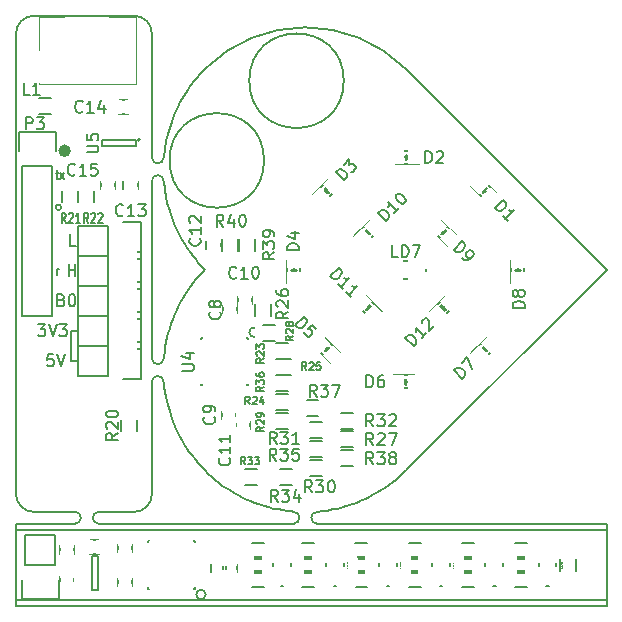
<source format=gto>
G04 #@! TF.FileFunction,Legend,Top*
%FSLAX46Y46*%
G04 Gerber Fmt 4.6, Leading zero omitted, Abs format (unit mm)*
G04 Created by KiCad (PCBNEW (2016-07-22 BZR 6991, Git 146a78a)-product) date Tue Jul 26 18:11:02 2016*
%MOMM*%
%LPD*%
G01*
G04 APERTURE LIST*
%ADD10C,0.100000*%
%ADD11C,0.150000*%
%ADD12C,0.152400*%
%ADD13C,0.550000*%
%ADD14C,0.200000*%
%ADD15C,0.050800*%
%ADD16C,0.127000*%
%ADD17C,0.040640*%
%ADD18R,1.300000X0.900000*%
%ADD19R,0.900000X1.300000*%
%ADD20R,1.150000X1.200000*%
%ADD21R,1.200000X1.150000*%
%ADD22R,1.460000X1.050000*%
%ADD23R,2.432000X2.432000*%
%ADD24O,2.432000X2.432000*%
%ADD25R,0.750000X0.700000*%
%ADD26R,0.950000X0.700000*%
%ADD27R,0.700000X0.750000*%
%ADD28R,0.700000X0.950000*%
%ADD29R,0.700000X0.550000*%
%ADD30R,0.550000X0.700000*%
%ADD31R,1.600000X1.300000*%
%ADD32R,2.432000X2.127200*%
%ADD33O,2.432000X2.127200*%
%ADD34R,0.798780X2.150060*%
%ADD35R,1.824940X2.899360*%
%ADD36R,2.398980X1.799540*%
%ADD37R,1.700480X2.851100*%
%ADD38R,2.226260X1.101040*%
%ADD39O,1.504800X2.012800*%
%ADD40R,1.197560X1.197560*%
%ADD41R,1.050000X1.460000*%
%ADD42R,1.450000X0.975000*%
%ADD43R,0.975000X1.450000*%
G04 APERTURE END LIST*
D10*
D11*
X30818035Y-32220000D02*
G75*
G03X30818035Y-32220000I-228035J0D01*
G01*
X38500000Y-17500000D02*
G75*
G03X37000000Y-16000000I-1500000J0D01*
G01*
X28500000Y-16000000D02*
G75*
G03X27000000Y-17500000I0J-1500000D01*
G01*
X37000000Y-58000000D02*
G75*
G03X38500000Y-56500000I0J1500000D01*
G01*
X27000000Y-56500000D02*
G75*
G03X28500000Y-58000000I1500000J0D01*
G01*
D12*
X30356023Y-29289828D02*
X30597928Y-29289828D01*
X30446738Y-29018895D02*
X30446738Y-29715580D01*
X30476976Y-29792990D01*
X30537452Y-29831695D01*
X30597928Y-29831695D01*
X30749119Y-29831695D02*
X31081738Y-29289828D01*
X30749119Y-29289828D02*
X31081738Y-29831695D01*
X30434642Y-37959695D02*
X30434642Y-37417828D01*
X30434642Y-37572647D02*
X30464880Y-37495238D01*
X30495119Y-37456533D01*
X30555595Y-37417828D01*
X30616071Y-37417828D01*
D13*
X31398981Y-27432000D02*
G75*
G03X31398981Y-27432000I-283981J0D01*
G01*
D11*
X32059523Y-35504380D02*
X31583333Y-35504380D01*
X31583333Y-34504380D01*
X31464285Y-38044380D02*
X31464285Y-37044380D01*
X31464285Y-37520571D02*
X32035714Y-37520571D01*
X32035714Y-38044380D02*
X32035714Y-37044380D01*
X30837238Y-40060571D02*
X30980095Y-40108190D01*
X31027714Y-40155809D01*
X31075333Y-40251047D01*
X31075333Y-40393904D01*
X31027714Y-40489142D01*
X30980095Y-40536761D01*
X30884857Y-40584380D01*
X30503904Y-40584380D01*
X30503904Y-39584380D01*
X30837238Y-39584380D01*
X30932476Y-39632000D01*
X30980095Y-39679619D01*
X31027714Y-39774857D01*
X31027714Y-39870095D01*
X30980095Y-39965333D01*
X30932476Y-40012952D01*
X30837238Y-40060571D01*
X30503904Y-40060571D01*
X31694380Y-39584380D02*
X31789619Y-39584380D01*
X31884857Y-39632000D01*
X31932476Y-39679619D01*
X31980095Y-39774857D01*
X32027714Y-39965333D01*
X32027714Y-40203428D01*
X31980095Y-40393904D01*
X31932476Y-40489142D01*
X31884857Y-40536761D01*
X31789619Y-40584380D01*
X31694380Y-40584380D01*
X31599142Y-40536761D01*
X31551523Y-40489142D01*
X31503904Y-40393904D01*
X31456285Y-40203428D01*
X31456285Y-39965333D01*
X31503904Y-39774857D01*
X31551523Y-39679619D01*
X31599142Y-39632000D01*
X31694380Y-39584380D01*
D14*
X31623000Y-45212000D02*
X32258000Y-45212000D01*
X31623000Y-42672000D02*
X31623000Y-45212000D01*
X32258000Y-42672000D02*
X31623000Y-42672000D01*
D11*
X30162523Y-44664380D02*
X29686333Y-44664380D01*
X29638714Y-45140571D01*
X29686333Y-45092952D01*
X29781571Y-45045333D01*
X30019666Y-45045333D01*
X30114904Y-45092952D01*
X30162523Y-45140571D01*
X30210142Y-45235809D01*
X30210142Y-45473904D01*
X30162523Y-45569142D01*
X30114904Y-45616761D01*
X30019666Y-45664380D01*
X29781571Y-45664380D01*
X29686333Y-45616761D01*
X29638714Y-45569142D01*
X30495857Y-44664380D02*
X30829190Y-45664380D01*
X31162523Y-44664380D01*
X28860904Y-42124380D02*
X29479952Y-42124380D01*
X29146619Y-42505333D01*
X29289476Y-42505333D01*
X29384714Y-42552952D01*
X29432333Y-42600571D01*
X29479952Y-42695809D01*
X29479952Y-42933904D01*
X29432333Y-43029142D01*
X29384714Y-43076761D01*
X29289476Y-43124380D01*
X29003761Y-43124380D01*
X28908523Y-43076761D01*
X28860904Y-43029142D01*
X29765666Y-42124380D02*
X30099000Y-43124380D01*
X30432333Y-42124380D01*
X30670428Y-42124380D02*
X31289476Y-42124380D01*
X30956142Y-42505333D01*
X31099000Y-42505333D01*
X31194238Y-42552952D01*
X31241857Y-42600571D01*
X31289476Y-42695809D01*
X31289476Y-42933904D01*
X31241857Y-43029142D01*
X31194238Y-43076761D01*
X31099000Y-43124380D01*
X30813285Y-43124380D01*
X30718047Y-43076761D01*
X30670428Y-43029142D01*
X43260000Y-54760000D02*
X43000000Y-54500000D01*
X43580000Y-55060000D02*
X43260000Y-54760000D01*
X43860000Y-55280000D02*
X43580000Y-55060000D01*
X44170000Y-55550000D02*
X43860000Y-55280000D01*
X44480000Y-55780000D02*
X44170000Y-55550000D01*
X44810000Y-55990000D02*
X44480000Y-55780000D01*
X45100000Y-56190000D02*
X44810000Y-55990000D01*
X45460000Y-56410000D02*
X45100000Y-56190000D01*
X45800000Y-56590000D02*
X45460000Y-56410000D01*
X46240000Y-56810000D02*
X45800000Y-56590000D01*
X46540000Y-56960000D02*
X46240000Y-56810000D01*
X46880000Y-57100000D02*
X46540000Y-56960000D01*
X47180000Y-57230000D02*
X46880000Y-57100000D01*
X47570000Y-57370000D02*
X47180000Y-57230000D01*
X48000000Y-57500000D02*
X47570000Y-57370000D01*
X48400000Y-57620000D02*
X48000000Y-57500000D01*
X48790000Y-57720000D02*
X48400000Y-57620000D01*
X49190000Y-57800000D02*
X48790000Y-57720000D01*
X49600000Y-57880000D02*
X49190000Y-57800000D01*
X49980000Y-57930000D02*
X49600000Y-57880000D01*
X50300000Y-57960000D02*
X49980000Y-57930000D01*
X50500000Y-58000000D02*
X50300000Y-57960000D01*
X53010000Y-57940000D02*
X52500000Y-58000000D01*
X53350000Y-57890000D02*
X53010000Y-57940000D01*
X53800000Y-57800000D02*
X53350000Y-57890000D01*
X54260000Y-57720000D02*
X53800000Y-57800000D01*
X54650000Y-57620000D02*
X54260000Y-57720000D01*
X54940000Y-57510000D02*
X54650000Y-57620000D01*
X55530000Y-57340000D02*
X54940000Y-57510000D01*
X55860000Y-57230000D02*
X55530000Y-57340000D01*
X56130000Y-57090000D02*
X55860000Y-57230000D01*
X56540000Y-56930000D02*
X56130000Y-57090000D01*
X56830000Y-56790000D02*
X56540000Y-56930000D01*
X57180000Y-56590000D02*
X56830000Y-56790000D01*
X57620000Y-56360000D02*
X57180000Y-56590000D01*
X57920000Y-56180000D02*
X57620000Y-56360000D01*
X58200000Y-55980000D02*
X57920000Y-56180000D01*
X58610000Y-55700000D02*
X58200000Y-55980000D01*
X58930000Y-55470000D02*
X58610000Y-55700000D01*
X59150000Y-55270000D02*
X58930000Y-55470000D01*
X59500000Y-54980000D02*
X59150000Y-55270000D01*
X59710000Y-54790000D02*
X59500000Y-54980000D01*
X60000000Y-54500000D02*
X59710000Y-54790000D01*
X52500000Y-59000000D02*
X77000000Y-59000000D01*
X50500000Y-59000000D02*
X34000000Y-59000000D01*
X34000000Y-58000000D02*
G75*
G03X34000000Y-59000000I0J-500000D01*
G01*
X52500000Y-58000000D02*
G75*
G03X52500000Y-59000000I0J-500000D01*
G01*
X50500000Y-59000000D02*
G75*
G03X50500000Y-58000000I0J500000D01*
G01*
X32000000Y-59000000D02*
G75*
G03X32500000Y-58500000I0J500000D01*
G01*
X32000000Y-59000000D02*
X27000000Y-59000000D01*
X77000000Y-66000000D02*
X77000000Y-59000000D01*
X27000000Y-66000000D02*
X77000000Y-66000000D01*
X27000000Y-59000000D02*
X27000000Y-66000000D01*
D14*
X77000000Y-59500000D02*
X27000000Y-59500000D01*
X27000000Y-65500000D02*
X77000000Y-65500000D01*
D11*
X38500000Y-47000000D02*
X38500000Y-56500000D01*
X38500000Y-30000000D02*
X38500000Y-45000000D01*
X42990000Y-54480000D02*
X43000000Y-54500000D01*
X42650000Y-54130000D02*
X42990000Y-54480000D01*
X42380000Y-53830000D02*
X42650000Y-54130000D01*
X42200000Y-53610000D02*
X42380000Y-53830000D01*
X41880000Y-53210000D02*
X42200000Y-53610000D01*
X41650000Y-52900000D02*
X41880000Y-53210000D01*
X41510000Y-52680000D02*
X41650000Y-52900000D01*
X41250000Y-52290000D02*
X41510000Y-52680000D01*
X41040000Y-51950000D02*
X41250000Y-52290000D01*
X40910000Y-51690000D02*
X41040000Y-51950000D01*
X40700000Y-51300000D02*
X40910000Y-51690000D01*
X40530000Y-50950000D02*
X40700000Y-51300000D01*
X40400000Y-50600000D02*
X40530000Y-50950000D01*
X40220000Y-50180000D02*
X40400000Y-50600000D01*
X40100000Y-49840000D02*
X40220000Y-50180000D01*
X40000000Y-49500000D02*
X40100000Y-49840000D01*
X39830000Y-48980000D02*
X40000000Y-49500000D01*
X39760000Y-48650000D02*
X39830000Y-48980000D01*
X39700000Y-48310000D02*
X39760000Y-48650000D01*
X39610000Y-47830000D02*
X39700000Y-48310000D01*
X39540000Y-47420000D02*
X39610000Y-47830000D01*
X39500000Y-47000000D02*
X39540000Y-47420000D01*
X39500000Y-47000000D02*
G75*
G03X38500000Y-47000000I-500000J0D01*
G01*
X38500000Y-45000000D02*
G75*
G03X39500000Y-45000000I500000J0D01*
G01*
X39540000Y-44810000D02*
X39500000Y-45000000D01*
X39580000Y-44450000D02*
X39540000Y-44810000D01*
X39640000Y-44020000D02*
X39580000Y-44450000D01*
X39710000Y-43660000D02*
X39640000Y-44020000D01*
X39800000Y-43210000D02*
X39710000Y-43660000D01*
X39900000Y-42840000D02*
X39800000Y-43210000D01*
X40000000Y-42500000D02*
X39900000Y-42840000D01*
X40150000Y-42040000D02*
X40000000Y-42500000D01*
X40260000Y-41730000D02*
X40150000Y-42040000D01*
X40400000Y-41390000D02*
X40260000Y-41730000D01*
X40600000Y-40940000D02*
X40400000Y-41390000D01*
X40750000Y-40620000D02*
X40600000Y-40940000D01*
X40910000Y-40300000D02*
X40750000Y-40620000D01*
X41160000Y-39870000D02*
X40910000Y-40300000D01*
X41300000Y-39640000D02*
X41160000Y-39870000D01*
X41550000Y-39260000D02*
X41300000Y-39640000D01*
X41800000Y-38910000D02*
X41550000Y-39260000D01*
X42020000Y-38600000D02*
X41800000Y-38910000D01*
X42260000Y-38320000D02*
X42020000Y-38600000D01*
X42520000Y-38010000D02*
X42260000Y-38320000D01*
X42710000Y-37790000D02*
X42520000Y-38010000D01*
X43000000Y-37500000D02*
X42710000Y-37790000D01*
X38500000Y-17500000D02*
X38500000Y-28000000D01*
X60000000Y-20500000D02*
G75*
G03X43000000Y-20500000I-8500000J-8500000D01*
G01*
X42650000Y-37160000D02*
X43000000Y-37500000D01*
X42440000Y-36910000D02*
X42650000Y-37160000D01*
X42200000Y-36600000D02*
X42440000Y-36910000D01*
X41960000Y-36330000D02*
X42200000Y-36600000D01*
X41780000Y-36080000D02*
X41960000Y-36330000D01*
X41510000Y-35690000D02*
X41780000Y-36080000D01*
X41280000Y-35330000D02*
X41510000Y-35690000D01*
X41080000Y-35000000D02*
X41280000Y-35330000D01*
X40900000Y-34680000D02*
X41080000Y-35000000D01*
X40710000Y-34320000D02*
X40900000Y-34680000D01*
X40550000Y-33990000D02*
X40710000Y-34320000D01*
X40400000Y-33600000D02*
X40550000Y-33990000D01*
X40260000Y-33280000D02*
X40400000Y-33600000D01*
X40120000Y-32890000D02*
X40260000Y-33280000D01*
X40000000Y-32500000D02*
X40120000Y-32890000D01*
X39820000Y-31860000D02*
X40000000Y-32500000D01*
X39700000Y-31320000D02*
X39820000Y-31860000D01*
X39600000Y-30750000D02*
X39700000Y-31320000D01*
X39500000Y-30000000D02*
X39600000Y-30750000D01*
X39600000Y-27300000D02*
X39500000Y-28000000D01*
X39720000Y-26620000D02*
X39600000Y-27300000D01*
X39860000Y-26000000D02*
X39720000Y-26620000D01*
X40000000Y-25490000D02*
X39860000Y-26000000D01*
X40170000Y-24990000D02*
X40000000Y-25490000D01*
X40400000Y-24390000D02*
X40170000Y-24990000D01*
X40730000Y-23690000D02*
X40400000Y-24390000D01*
X40910000Y-23320000D02*
X40730000Y-23690000D01*
X41240000Y-22770000D02*
X40910000Y-23320000D01*
X41540000Y-22280000D02*
X41240000Y-22770000D01*
X41770000Y-21970000D02*
X41540000Y-22280000D01*
X42170000Y-21430000D02*
X41770000Y-21970000D01*
X42330000Y-21240000D02*
X42170000Y-21430000D01*
X42610000Y-20930000D02*
X42330000Y-21240000D01*
X43000000Y-20500000D02*
X42610000Y-20930000D01*
X39500000Y-30000000D02*
G75*
G03X38500000Y-30000000I-500000J0D01*
G01*
X38500000Y-28000000D02*
G75*
G03X39500000Y-28000000I500000J0D01*
G01*
D14*
X48000000Y-28250000D02*
G75*
G03X48000000Y-28250000I-4000000J0D01*
G01*
X54750000Y-21500000D02*
G75*
G03X54750000Y-21500000I-4000000J0D01*
G01*
D11*
X77000000Y-37500000D02*
X60000000Y-20500000D01*
X60000000Y-54500000D02*
X77000000Y-37500000D01*
X37000000Y-58000000D02*
X34000000Y-58000000D01*
X32000000Y-58000000D02*
X28500000Y-58000000D01*
X32500000Y-58500000D02*
G75*
G03X32000000Y-58000000I-500000J0D01*
G01*
X28500000Y-16000000D02*
X37000000Y-16000000D01*
X27000000Y-56500000D02*
X27000000Y-17500000D01*
X32225000Y-31800000D02*
X32225000Y-30800000D01*
X33575000Y-30800000D02*
X33575000Y-31800000D01*
X49325000Y-54400000D02*
X50325000Y-54400000D01*
X50325000Y-55750000D02*
X49325000Y-55750000D01*
X46425000Y-54400000D02*
X47425000Y-54400000D01*
X47425000Y-55750000D02*
X46425000Y-55750000D01*
X45800000Y-40400000D02*
X45800000Y-39700000D01*
X47000000Y-39700000D02*
X47000000Y-40400000D01*
X45850000Y-35900000D02*
X45850000Y-34900000D01*
X47200000Y-34900000D02*
X47200000Y-35900000D01*
X73075000Y-63000000D02*
X73075000Y-62000000D01*
X74425000Y-62000000D02*
X74425000Y-63000000D01*
X36800000Y-63600000D02*
X36800000Y-64300000D01*
X35600000Y-64300000D02*
X35600000Y-63600000D01*
X35600000Y-61400000D02*
X35600000Y-60700000D01*
X36800000Y-60700000D02*
X36800000Y-61400000D01*
X43550000Y-63100000D02*
X43550000Y-62400000D01*
X44750000Y-62400000D02*
X44750000Y-63100000D01*
X31900000Y-60850000D02*
X31900000Y-61550000D01*
X30700000Y-61550000D02*
X30700000Y-60850000D01*
X30700000Y-64100000D02*
X30700000Y-63400000D01*
X31900000Y-63400000D02*
X31900000Y-64100000D01*
X34000000Y-61550000D02*
X33300000Y-61550000D01*
X33300000Y-60350000D02*
X34000000Y-60350000D01*
X48000000Y-62025000D02*
X47000000Y-62025000D01*
X47000000Y-60675000D02*
X48000000Y-60675000D01*
X33450000Y-61500000D02*
G75*
G03X33450000Y-61500000I-100000J0D01*
G01*
X33900000Y-61750000D02*
X33400000Y-61750000D01*
X33900000Y-64650000D02*
X33900000Y-61750000D01*
X33400000Y-64650000D02*
X33900000Y-64650000D01*
X33400000Y-61750000D02*
X33400000Y-64650000D01*
X27780000Y-62530000D02*
X27780000Y-59990000D01*
X27500000Y-65350000D02*
X27500000Y-63800000D01*
X27780000Y-62530000D02*
X30320000Y-62530000D01*
X30600000Y-63800000D02*
X30600000Y-65350000D01*
X30600000Y-65350000D02*
X27500000Y-65350000D01*
X30320000Y-62530000D02*
X30320000Y-59990000D01*
X30320000Y-59990000D02*
X27780000Y-59990000D01*
X44550000Y-63100000D02*
X44550000Y-62400000D01*
X45750000Y-62400000D02*
X45750000Y-63100000D01*
X52250000Y-64325000D02*
X51250000Y-64325000D01*
X51250000Y-62975000D02*
X52250000Y-62975000D01*
X70250000Y-63175000D02*
X69250000Y-63175000D01*
X69250000Y-61825000D02*
X70250000Y-61825000D01*
X48000000Y-64325000D02*
X47000000Y-64325000D01*
X47000000Y-62975000D02*
X48000000Y-62975000D01*
X69250000Y-60675000D02*
X70250000Y-60675000D01*
X70250000Y-62025000D02*
X69250000Y-62025000D01*
X48000000Y-63175000D02*
X47000000Y-63175000D01*
X47000000Y-61825000D02*
X48000000Y-61825000D01*
X56750000Y-64325000D02*
X55750000Y-64325000D01*
X55750000Y-62975000D02*
X56750000Y-62975000D01*
X61250000Y-64325000D02*
X60250000Y-64325000D01*
X60250000Y-62975000D02*
X61250000Y-62975000D01*
X52250000Y-63175000D02*
X51250000Y-63175000D01*
X51250000Y-61825000D02*
X52250000Y-61825000D01*
X56750000Y-63175000D02*
X55750000Y-63175000D01*
X55750000Y-61825000D02*
X56750000Y-61825000D01*
X51250000Y-60675000D02*
X52250000Y-60675000D01*
X52250000Y-62025000D02*
X51250000Y-62025000D01*
X55700000Y-60675000D02*
X56700000Y-60675000D01*
X56700000Y-62025000D02*
X55700000Y-62025000D01*
X65750000Y-64325000D02*
X64750000Y-64325000D01*
X64750000Y-62975000D02*
X65750000Y-62975000D01*
X70250000Y-64325000D02*
X69250000Y-64325000D01*
X69250000Y-62975000D02*
X70250000Y-62975000D01*
X61250000Y-63175000D02*
X60250000Y-63175000D01*
X60250000Y-61825000D02*
X61250000Y-61825000D01*
X65750000Y-63175000D02*
X64750000Y-63175000D01*
X64750000Y-61825000D02*
X65750000Y-61825000D01*
X60250000Y-60675000D02*
X61250000Y-60675000D01*
X61250000Y-62025000D02*
X60250000Y-62025000D01*
X64750000Y-60675000D02*
X65750000Y-60675000D01*
X65750000Y-62025000D02*
X64750000Y-62025000D01*
X43050000Y-65000000D02*
G75*
G03X43050000Y-65000000I-400000J0D01*
G01*
X38150000Y-64500000D02*
X42150000Y-64500000D01*
X38150000Y-60500000D02*
X38150000Y-64500000D01*
X42150000Y-60500000D02*
X38150000Y-60500000D01*
X42150000Y-64500000D02*
X42150000Y-60500000D01*
X34798000Y-46482000D02*
X32258000Y-46482000D01*
X37618000Y-46762000D02*
X36068000Y-46762000D01*
X34798000Y-46482000D02*
X34798000Y-43942000D01*
X36068000Y-43662000D02*
X37618000Y-43662000D01*
X37618000Y-43662000D02*
X37618000Y-46762000D01*
X34798000Y-43942000D02*
X32258000Y-43942000D01*
X32258000Y-43942000D02*
X32258000Y-46482000D01*
X34798000Y-41402000D02*
X32258000Y-41402000D01*
X37618000Y-41682000D02*
X36068000Y-41682000D01*
X34798000Y-41402000D02*
X34798000Y-38862000D01*
X36068000Y-38582000D02*
X37618000Y-38582000D01*
X37618000Y-38582000D02*
X37618000Y-41682000D01*
X34798000Y-38862000D02*
X32258000Y-38862000D01*
X32258000Y-38862000D02*
X32258000Y-41402000D01*
X34798000Y-38862000D02*
X32258000Y-38862000D01*
X37618000Y-39142000D02*
X36068000Y-39142000D01*
X34798000Y-38862000D02*
X34798000Y-36322000D01*
X36068000Y-36042000D02*
X37618000Y-36042000D01*
X37618000Y-36042000D02*
X37618000Y-39142000D01*
X34798000Y-36322000D02*
X32258000Y-36322000D01*
X32258000Y-36322000D02*
X32258000Y-38862000D01*
X29964000Y-24297000D02*
X28964000Y-24297000D01*
X28964000Y-22947000D02*
X29964000Y-22947000D01*
X30070000Y-28690000D02*
X30070000Y-41390000D01*
X30070000Y-41390000D02*
X27530000Y-41390000D01*
X27530000Y-41390000D02*
X27530000Y-28690000D01*
X30350000Y-25870000D02*
X30350000Y-27420000D01*
X30070000Y-28690000D02*
X27530000Y-28690000D01*
X27250000Y-27420000D02*
X27250000Y-25870000D01*
X27250000Y-25870000D02*
X30350000Y-25870000D01*
X37275000Y-50200000D02*
X37275000Y-51200000D01*
X35925000Y-51200000D02*
X35925000Y-50200000D01*
X30925000Y-31800000D02*
X30925000Y-30800000D01*
X32275000Y-30800000D02*
X32275000Y-31800000D01*
D15*
X28920440Y-16080740D02*
X28920440Y-21780500D01*
X28920440Y-21780500D02*
X37119560Y-21780500D01*
X37119560Y-21780500D02*
X37119560Y-16080740D01*
X37119560Y-16080740D02*
X28920440Y-16080740D01*
D11*
X44550000Y-41200000D02*
X44550000Y-40500000D01*
X45750000Y-40500000D02*
X45750000Y-41200000D01*
X45650000Y-49450000D02*
X45650000Y-50150000D01*
X44450000Y-50150000D02*
X44450000Y-49450000D01*
X46850000Y-50300000D02*
X46850000Y-51000000D01*
X45650000Y-51000000D02*
X45650000Y-50300000D01*
X44325000Y-35050000D02*
X44325000Y-35750000D01*
X43125000Y-35750000D02*
X43125000Y-35050000D01*
X49010000Y-43695000D02*
X50010000Y-43695000D01*
X50010000Y-45045000D02*
X49010000Y-45045000D01*
X49000000Y-48000000D02*
X50000000Y-48000000D01*
X50000000Y-49350000D02*
X49000000Y-49350000D01*
X49280000Y-45035000D02*
X50280000Y-45035000D01*
X50280000Y-46385000D02*
X49280000Y-46385000D01*
X47275000Y-41390000D02*
X47275000Y-40390000D01*
X48625000Y-40390000D02*
X48625000Y-41390000D01*
X55550000Y-52550000D02*
X54550000Y-52550000D01*
X54550000Y-51200000D02*
X55550000Y-51200000D01*
X47910000Y-42155000D02*
X48910000Y-42155000D01*
X48910000Y-43505000D02*
X47910000Y-43505000D01*
X49000000Y-49600000D02*
X50000000Y-49600000D01*
X50000000Y-50950000D02*
X49000000Y-50950000D01*
X51925000Y-53600000D02*
X52925000Y-53600000D01*
X52925000Y-54950000D02*
X51925000Y-54950000D01*
X52925000Y-51750000D02*
X51925000Y-51750000D01*
X51925000Y-50400000D02*
X52925000Y-50400000D01*
X55550000Y-50950000D02*
X54550000Y-50950000D01*
X54550000Y-49600000D02*
X55550000Y-49600000D01*
X51925000Y-52000000D02*
X52925000Y-52000000D01*
X52925000Y-53350000D02*
X51925000Y-53350000D01*
X49010000Y-46395000D02*
X50010000Y-46395000D01*
X50010000Y-47745000D02*
X49010000Y-47745000D01*
X51600000Y-48550000D02*
X52600000Y-48550000D01*
X52600000Y-49900000D02*
X51600000Y-49900000D01*
X54550000Y-52800000D02*
X55550000Y-52800000D01*
X55550000Y-54150000D02*
X54550000Y-54150000D01*
X44425000Y-35900000D02*
X44425000Y-34900000D01*
X45775000Y-34900000D02*
X45775000Y-35900000D01*
X47550000Y-42800000D02*
G75*
G03X47550000Y-42800000I-400000J0D01*
G01*
X46650000Y-47300000D02*
X46650000Y-43300000D01*
X42650000Y-47300000D02*
X46650000Y-47300000D01*
X42650000Y-43300000D02*
X42650000Y-47300000D01*
X46650000Y-43300000D02*
X42650000Y-43300000D01*
X65533274Y-30411091D02*
X66876777Y-31754594D01*
X66311091Y-29633274D02*
X67654594Y-30976777D01*
X66558579Y-30658579D02*
X66876777Y-30976777D01*
X66700000Y-30446447D02*
X66346447Y-30800000D01*
X66523223Y-30623223D02*
X66876777Y-30623223D01*
X66876777Y-30623223D02*
X66523223Y-30976777D01*
X66523223Y-30976777D02*
X66523223Y-30623223D01*
X61099020Y-27450000D02*
X59199020Y-27450000D01*
X61099020Y-28550000D02*
X59199020Y-28550000D01*
X60199020Y-28000000D02*
X59749020Y-28000000D01*
X60249020Y-28250000D02*
X60249020Y-27750000D01*
X60249020Y-28000000D02*
X59999020Y-28250000D01*
X59999020Y-28250000D02*
X59999020Y-27750000D01*
X59999020Y-27750000D02*
X60249020Y-28000000D01*
X52911091Y-31966726D02*
X54254594Y-30623223D01*
X52133274Y-31188909D02*
X53476777Y-29845406D01*
X53158579Y-30941421D02*
X53476777Y-30623223D01*
X52946447Y-30800000D02*
X53300000Y-31153553D01*
X53123223Y-30976777D02*
X53123223Y-30623223D01*
X53123223Y-30623223D02*
X53476777Y-30976777D01*
X53476777Y-30976777D02*
X53123223Y-30976777D01*
X51050000Y-38600000D02*
X51050000Y-36700000D01*
X49950000Y-38600000D02*
X49950000Y-36700000D01*
X50500000Y-37700000D02*
X50500000Y-37250000D01*
X50250000Y-37750000D02*
X50750000Y-37750000D01*
X50500000Y-37750000D02*
X50250000Y-37500000D01*
X50250000Y-37500000D02*
X50750000Y-37500000D01*
X50750000Y-37500000D02*
X50500000Y-37750000D01*
X54466726Y-44588909D02*
X53123223Y-43245406D01*
X53688909Y-45366726D02*
X52345406Y-44023223D01*
X53441421Y-44341421D02*
X53123223Y-44023223D01*
X53300000Y-44553553D02*
X53653553Y-44200000D01*
X53476777Y-44376777D02*
X53123223Y-44376777D01*
X53123223Y-44376777D02*
X53476777Y-44023223D01*
X53476777Y-44023223D02*
X53476777Y-44376777D01*
X58900000Y-47550000D02*
X60800000Y-47550000D01*
X58900000Y-46450000D02*
X60800000Y-46450000D01*
X59800000Y-47000000D02*
X60250000Y-47000000D01*
X59750000Y-46750000D02*
X59750000Y-47250000D01*
X59750000Y-47000000D02*
X60000000Y-46750000D01*
X60000000Y-46750000D02*
X60000000Y-47250000D01*
X60000000Y-47250000D02*
X59750000Y-47000000D01*
X66311091Y-45366726D02*
X67654594Y-44023223D01*
X65533274Y-44588909D02*
X66876777Y-43245406D01*
X66558579Y-44341421D02*
X66876777Y-44023223D01*
X66346447Y-44200000D02*
X66700000Y-44553553D01*
X66523223Y-44376777D02*
X66523223Y-44023223D01*
X66523223Y-44023223D02*
X66876777Y-44376777D01*
X66876777Y-44376777D02*
X66523223Y-44376777D01*
X70050000Y-38599020D02*
X70050000Y-36699020D01*
X68950000Y-38599020D02*
X68950000Y-36699020D01*
X69500000Y-37699020D02*
X69500000Y-37249020D01*
X69250000Y-37749020D02*
X69750000Y-37749020D01*
X69500000Y-37749020D02*
X69250000Y-37499020D01*
X69250000Y-37499020D02*
X69750000Y-37499020D01*
X69750000Y-37499020D02*
X69500000Y-37749020D01*
X64366726Y-34688909D02*
X63023223Y-33345406D01*
X63588909Y-35466726D02*
X62245406Y-34123223D01*
X63341421Y-34441421D02*
X63023223Y-34123223D01*
X63200000Y-34653553D02*
X63553553Y-34300000D01*
X63376777Y-34476777D02*
X63023223Y-34476777D01*
X63023223Y-34476777D02*
X63376777Y-34123223D01*
X63376777Y-34123223D02*
X63376777Y-34476777D01*
X56411091Y-35466726D02*
X57754594Y-34123223D01*
X55633274Y-34688909D02*
X56976777Y-33345406D01*
X56658579Y-34441421D02*
X56976777Y-34123223D01*
X56446447Y-34300000D02*
X56800000Y-34653553D01*
X56623223Y-34476777D02*
X56623223Y-34123223D01*
X56623223Y-34123223D02*
X56976777Y-34476777D01*
X56976777Y-34476777D02*
X56623223Y-34476777D01*
X57966726Y-41088909D02*
X56623223Y-39745406D01*
X57188909Y-41866726D02*
X55845406Y-40523223D01*
X56941421Y-40841421D02*
X56623223Y-40523223D01*
X56800000Y-41053553D02*
X57153553Y-40700000D01*
X56976777Y-40876777D02*
X56623223Y-40876777D01*
X56623223Y-40876777D02*
X56976777Y-40523223D01*
X56976777Y-40523223D02*
X56976777Y-40876777D01*
X62811091Y-41866726D02*
X64154594Y-40523223D01*
X62033274Y-41088909D02*
X63376777Y-39745406D01*
X63058579Y-40841421D02*
X63376777Y-40523223D01*
X62846447Y-40700000D02*
X63200000Y-41053553D01*
X63023223Y-40876777D02*
X63023223Y-40523223D01*
X63023223Y-40523223D02*
X63376777Y-40876777D01*
X63376777Y-40876777D02*
X63023223Y-40876777D01*
X37300000Y-29950000D02*
X37300000Y-30650000D01*
X36100000Y-30650000D02*
X36100000Y-29950000D01*
X36450000Y-24300000D02*
X35750000Y-24300000D01*
X35750000Y-23100000D02*
X36450000Y-23100000D01*
X35400000Y-29950000D02*
X35400000Y-30650000D01*
X34200000Y-30650000D02*
X34200000Y-29950000D01*
X34798000Y-43942000D02*
X32258000Y-43942000D01*
X37618000Y-44222000D02*
X36068000Y-44222000D01*
X34798000Y-43942000D02*
X34798000Y-41402000D01*
X36068000Y-41122000D02*
X37618000Y-41122000D01*
X37618000Y-41122000D02*
X37618000Y-44222000D01*
X34798000Y-41402000D02*
X32258000Y-41402000D01*
X32258000Y-41402000D02*
X32258000Y-43942000D01*
X37500000Y-26500000D02*
G75*
G03X37500000Y-26500000I-100000J0D01*
G01*
X37150000Y-27050000D02*
X37150000Y-26550000D01*
X34250000Y-27050000D02*
X37150000Y-27050000D01*
X34250000Y-26550000D02*
X34250000Y-27050000D01*
X37150000Y-26550000D02*
X34250000Y-26550000D01*
X34798000Y-36322000D02*
X32258000Y-36322000D01*
X37618000Y-36602000D02*
X36068000Y-36602000D01*
X34798000Y-36322000D02*
X34798000Y-33782000D01*
X36068000Y-33502000D02*
X37618000Y-33502000D01*
X37618000Y-33502000D02*
X37618000Y-36602000D01*
X34798000Y-33782000D02*
X32258000Y-33782000D01*
X32258000Y-33782000D02*
X32258000Y-36322000D01*
X61750000Y-37400000D02*
X61750000Y-37600000D01*
X59200000Y-36950000D02*
X59200000Y-36750000D01*
X59200000Y-37750000D02*
X59200000Y-37250000D01*
X59200000Y-38250000D02*
X59200000Y-38050000D01*
X60800000Y-38050000D02*
X60800000Y-38250000D01*
X60800000Y-37250000D02*
X60800000Y-37750000D01*
X60800000Y-36750000D02*
X60800000Y-36950000D01*
X60800000Y-36950000D02*
G75*
G03X60800000Y-37250000I150000J-150000D01*
G01*
X60800000Y-37750000D02*
G75*
G03X60800000Y-38050000I150000J-150000D01*
G01*
X59200000Y-38050000D02*
G75*
G03X59200000Y-37750000I-150000J150000D01*
G01*
X59200000Y-37250000D02*
G75*
G03X59200000Y-36950000I-150000J150000D01*
G01*
X59200000Y-36750000D02*
X60800000Y-36750000D01*
X60800000Y-38250000D02*
X59200000Y-38250000D01*
X49600000Y-64250000D02*
X49400000Y-64250000D01*
X50050000Y-61700000D02*
X50250000Y-61700000D01*
X49250000Y-61700000D02*
X49750000Y-61700000D01*
X48750000Y-61700000D02*
X48950000Y-61700000D01*
X48950000Y-63300000D02*
X48750000Y-63300000D01*
X49750000Y-63300000D02*
X49250000Y-63300000D01*
X50250000Y-63300000D02*
X50050000Y-63300000D01*
X50050000Y-63300000D02*
G75*
G03X49750000Y-63300000I-150000J-150000D01*
G01*
X49250000Y-63300000D02*
G75*
G03X48950000Y-63300000I-150000J-150000D01*
G01*
X48950000Y-61700000D02*
G75*
G03X49250000Y-61700000I150000J150000D01*
G01*
X49750000Y-61700000D02*
G75*
G03X50050000Y-61700000I150000J150000D01*
G01*
X50250000Y-61700000D02*
X50250000Y-63300000D01*
X48750000Y-63300000D02*
X48750000Y-61700000D01*
X54100000Y-64250000D02*
X53900000Y-64250000D01*
X54550000Y-61700000D02*
X54750000Y-61700000D01*
X53750000Y-61700000D02*
X54250000Y-61700000D01*
X53250000Y-61700000D02*
X53450000Y-61700000D01*
X53450000Y-63300000D02*
X53250000Y-63300000D01*
X54250000Y-63300000D02*
X53750000Y-63300000D01*
X54750000Y-63300000D02*
X54550000Y-63300000D01*
X54550000Y-63300000D02*
G75*
G03X54250000Y-63300000I-150000J-150000D01*
G01*
X53750000Y-63300000D02*
G75*
G03X53450000Y-63300000I-150000J-150000D01*
G01*
X53450000Y-61700000D02*
G75*
G03X53750000Y-61700000I150000J150000D01*
G01*
X54250000Y-61700000D02*
G75*
G03X54550000Y-61700000I150000J150000D01*
G01*
X54750000Y-61700000D02*
X54750000Y-63300000D01*
X53250000Y-63300000D02*
X53250000Y-61700000D01*
X58600000Y-64250000D02*
X58400000Y-64250000D01*
X59050000Y-61700000D02*
X59250000Y-61700000D01*
X58250000Y-61700000D02*
X58750000Y-61700000D01*
X57750000Y-61700000D02*
X57950000Y-61700000D01*
X57950000Y-63300000D02*
X57750000Y-63300000D01*
X58750000Y-63300000D02*
X58250000Y-63300000D01*
X59250000Y-63300000D02*
X59050000Y-63300000D01*
X59050000Y-63300000D02*
G75*
G03X58750000Y-63300000I-150000J-150000D01*
G01*
X58250000Y-63300000D02*
G75*
G03X57950000Y-63300000I-150000J-150000D01*
G01*
X57950000Y-61700000D02*
G75*
G03X58250000Y-61700000I150000J150000D01*
G01*
X58750000Y-61700000D02*
G75*
G03X59050000Y-61700000I150000J150000D01*
G01*
X59250000Y-61700000D02*
X59250000Y-63300000D01*
X57750000Y-63300000D02*
X57750000Y-61700000D01*
X63100000Y-64250000D02*
X62900000Y-64250000D01*
X63550000Y-61700000D02*
X63750000Y-61700000D01*
X62750000Y-61700000D02*
X63250000Y-61700000D01*
X62250000Y-61700000D02*
X62450000Y-61700000D01*
X62450000Y-63300000D02*
X62250000Y-63300000D01*
X63250000Y-63300000D02*
X62750000Y-63300000D01*
X63750000Y-63300000D02*
X63550000Y-63300000D01*
X63550000Y-63300000D02*
G75*
G03X63250000Y-63300000I-150000J-150000D01*
G01*
X62750000Y-63300000D02*
G75*
G03X62450000Y-63300000I-150000J-150000D01*
G01*
X62450000Y-61700000D02*
G75*
G03X62750000Y-61700000I150000J150000D01*
G01*
X63250000Y-61700000D02*
G75*
G03X63550000Y-61700000I150000J150000D01*
G01*
X63750000Y-61700000D02*
X63750000Y-63300000D01*
X62250000Y-63300000D02*
X62250000Y-61700000D01*
X67600000Y-64250000D02*
X67400000Y-64250000D01*
X68050000Y-61700000D02*
X68250000Y-61700000D01*
X67250000Y-61700000D02*
X67750000Y-61700000D01*
X66750000Y-61700000D02*
X66950000Y-61700000D01*
X66950000Y-63300000D02*
X66750000Y-63300000D01*
X67750000Y-63300000D02*
X67250000Y-63300000D01*
X68250000Y-63300000D02*
X68050000Y-63300000D01*
X68050000Y-63300000D02*
G75*
G03X67750000Y-63300000I-150000J-150000D01*
G01*
X67250000Y-63300000D02*
G75*
G03X66950000Y-63300000I-150000J-150000D01*
G01*
X66950000Y-61700000D02*
G75*
G03X67250000Y-61700000I150000J150000D01*
G01*
X67750000Y-61700000D02*
G75*
G03X68050000Y-61700000I150000J150000D01*
G01*
X68250000Y-61700000D02*
X68250000Y-63300000D01*
X66750000Y-63300000D02*
X66750000Y-61700000D01*
X72100000Y-64250000D02*
X71900000Y-64250000D01*
X72550000Y-61700000D02*
X72750000Y-61700000D01*
X71750000Y-61700000D02*
X72250000Y-61700000D01*
X71250000Y-61700000D02*
X71450000Y-61700000D01*
X71450000Y-63300000D02*
X71250000Y-63300000D01*
X72250000Y-63300000D02*
X71750000Y-63300000D01*
X72750000Y-63300000D02*
X72550000Y-63300000D01*
X72550000Y-63300000D02*
G75*
G03X72250000Y-63300000I-150000J-150000D01*
G01*
X71750000Y-63300000D02*
G75*
G03X71450000Y-63300000I-150000J-150000D01*
G01*
X71450000Y-61700000D02*
G75*
G03X71750000Y-61700000I150000J150000D01*
G01*
X72250000Y-61700000D02*
G75*
G03X72550000Y-61700000I150000J150000D01*
G01*
X72750000Y-61700000D02*
X72750000Y-63300000D01*
X71250000Y-63300000D02*
X71250000Y-61700000D01*
D12*
X33119785Y-33514695D02*
X32908119Y-33127647D01*
X32756928Y-33514695D02*
X32756928Y-32701895D01*
X32998833Y-32701895D01*
X33059309Y-32740600D01*
X33089547Y-32779304D01*
X33119785Y-32856714D01*
X33119785Y-32972828D01*
X33089547Y-33050238D01*
X33059309Y-33088942D01*
X32998833Y-33127647D01*
X32756928Y-33127647D01*
X33361690Y-32779304D02*
X33391928Y-32740600D01*
X33452404Y-32701895D01*
X33603595Y-32701895D01*
X33664071Y-32740600D01*
X33694309Y-32779304D01*
X33724547Y-32856714D01*
X33724547Y-32934123D01*
X33694309Y-33050238D01*
X33331452Y-33514695D01*
X33724547Y-33514695D01*
X33966452Y-32779304D02*
X33996690Y-32740600D01*
X34057166Y-32701895D01*
X34208357Y-32701895D01*
X34268833Y-32740600D01*
X34299071Y-32779304D01*
X34329309Y-32856714D01*
X34329309Y-32934123D01*
X34299071Y-33050238D01*
X33936214Y-33514695D01*
X34329309Y-33514695D01*
X49146857Y-57159619D02*
X48808190Y-56675809D01*
X48566285Y-57159619D02*
X48566285Y-56143619D01*
X48953333Y-56143619D01*
X49050095Y-56192000D01*
X49098476Y-56240380D01*
X49146857Y-56337142D01*
X49146857Y-56482285D01*
X49098476Y-56579047D01*
X49050095Y-56627428D01*
X48953333Y-56675809D01*
X48566285Y-56675809D01*
X49485523Y-56143619D02*
X50114476Y-56143619D01*
X49775809Y-56530666D01*
X49920952Y-56530666D01*
X50017714Y-56579047D01*
X50066095Y-56627428D01*
X50114476Y-56724190D01*
X50114476Y-56966095D01*
X50066095Y-57062857D01*
X50017714Y-57111238D01*
X49920952Y-57159619D01*
X49630666Y-57159619D01*
X49533904Y-57111238D01*
X49485523Y-57062857D01*
X50985333Y-56482285D02*
X50985333Y-57159619D01*
X50743428Y-56095238D02*
X50501523Y-56820952D01*
X51130476Y-56820952D01*
D16*
X46391785Y-53987261D02*
X46180119Y-53684880D01*
X46028928Y-53987261D02*
X46028928Y-53352261D01*
X46270833Y-53352261D01*
X46331309Y-53382500D01*
X46361547Y-53412738D01*
X46391785Y-53473214D01*
X46391785Y-53563928D01*
X46361547Y-53624404D01*
X46331309Y-53654642D01*
X46270833Y-53684880D01*
X46028928Y-53684880D01*
X46603452Y-53352261D02*
X46996547Y-53352261D01*
X46784880Y-53594166D01*
X46875595Y-53594166D01*
X46936071Y-53624404D01*
X46966309Y-53654642D01*
X46996547Y-53715119D01*
X46996547Y-53866309D01*
X46966309Y-53926785D01*
X46936071Y-53957023D01*
X46875595Y-53987261D01*
X46694166Y-53987261D01*
X46633690Y-53957023D01*
X46603452Y-53926785D01*
X47208214Y-53352261D02*
X47601309Y-53352261D01*
X47389642Y-53594166D01*
X47480357Y-53594166D01*
X47540833Y-53624404D01*
X47571071Y-53654642D01*
X47601309Y-53715119D01*
X47601309Y-53866309D01*
X47571071Y-53926785D01*
X47540833Y-53957023D01*
X47480357Y-53987261D01*
X47298928Y-53987261D01*
X47238452Y-53957023D01*
X47208214Y-53926785D01*
D11*
X45657142Y-38157142D02*
X45609523Y-38204761D01*
X45466666Y-38252380D01*
X45371428Y-38252380D01*
X45228571Y-38204761D01*
X45133333Y-38109523D01*
X45085714Y-38014285D01*
X45038095Y-37823809D01*
X45038095Y-37680952D01*
X45085714Y-37490476D01*
X45133333Y-37395238D01*
X45228571Y-37300000D01*
X45371428Y-37252380D01*
X45466666Y-37252380D01*
X45609523Y-37300000D01*
X45657142Y-37347619D01*
X46609523Y-38252380D02*
X46038095Y-38252380D01*
X46323809Y-38252380D02*
X46323809Y-37252380D01*
X46228571Y-37395238D01*
X46133333Y-37490476D01*
X46038095Y-37538095D01*
X47228571Y-37252380D02*
X47323809Y-37252380D01*
X47419047Y-37300000D01*
X47466666Y-37347619D01*
X47514285Y-37442857D01*
X47561904Y-37633333D01*
X47561904Y-37871428D01*
X47514285Y-38061904D01*
X47466666Y-38157142D01*
X47419047Y-38204761D01*
X47323809Y-38252380D01*
X47228571Y-38252380D01*
X47133333Y-38204761D01*
X47085714Y-38157142D01*
X47038095Y-38061904D01*
X46990476Y-37871428D01*
X46990476Y-37633333D01*
X47038095Y-37442857D01*
X47085714Y-37347619D01*
X47133333Y-37300000D01*
X47228571Y-37252380D01*
X48877380Y-36042857D02*
X48401190Y-36376190D01*
X48877380Y-36614285D02*
X47877380Y-36614285D01*
X47877380Y-36233333D01*
X47925000Y-36138095D01*
X47972619Y-36090476D01*
X48067857Y-36042857D01*
X48210714Y-36042857D01*
X48305952Y-36090476D01*
X48353571Y-36138095D01*
X48401190Y-36233333D01*
X48401190Y-36614285D01*
X47877380Y-35709523D02*
X47877380Y-35090476D01*
X48258333Y-35423809D01*
X48258333Y-35280952D01*
X48305952Y-35185714D01*
X48353571Y-35138095D01*
X48448809Y-35090476D01*
X48686904Y-35090476D01*
X48782142Y-35138095D01*
X48829761Y-35185714D01*
X48877380Y-35280952D01*
X48877380Y-35566666D01*
X48829761Y-35661904D01*
X48782142Y-35709523D01*
X48877380Y-34614285D02*
X48877380Y-34423809D01*
X48829761Y-34328571D01*
X48782142Y-34280952D01*
X48639285Y-34185714D01*
X48448809Y-34138095D01*
X48067857Y-34138095D01*
X47972619Y-34185714D01*
X47925000Y-34233333D01*
X47877380Y-34328571D01*
X47877380Y-34519047D01*
X47925000Y-34614285D01*
X47972619Y-34661904D01*
X48067857Y-34709523D01*
X48305952Y-34709523D01*
X48401190Y-34661904D01*
X48448809Y-34614285D01*
X48496428Y-34519047D01*
X48496428Y-34328571D01*
X48448809Y-34233333D01*
X48401190Y-34185714D01*
X48305952Y-34138095D01*
X29757142Y-63916666D02*
X29804761Y-63964285D01*
X29852380Y-64107142D01*
X29852380Y-64202380D01*
X29804761Y-64345238D01*
X29709523Y-64440476D01*
X29614285Y-64488095D01*
X29423809Y-64535714D01*
X29280952Y-64535714D01*
X29090476Y-64488095D01*
X28995238Y-64440476D01*
X28900000Y-64345238D01*
X28852380Y-64202380D01*
X28852380Y-64107142D01*
X28900000Y-63964285D01*
X28947619Y-63916666D01*
X28852380Y-63059523D02*
X28852380Y-63250000D01*
X28900000Y-63345238D01*
X28947619Y-63392857D01*
X29090476Y-63488095D01*
X29280952Y-63535714D01*
X29661904Y-63535714D01*
X29757142Y-63488095D01*
X29804761Y-63440476D01*
X29852380Y-63345238D01*
X29852380Y-63154761D01*
X29804761Y-63059523D01*
X29757142Y-63011904D01*
X29661904Y-62964285D01*
X29423809Y-62964285D01*
X29328571Y-63011904D01*
X29280952Y-63059523D01*
X29233333Y-63154761D01*
X29233333Y-63345238D01*
X29280952Y-63440476D01*
X29328571Y-63488095D01*
X29423809Y-63535714D01*
X28154333Y-22677380D02*
X27678142Y-22677380D01*
X27678142Y-21677380D01*
X29011476Y-22677380D02*
X28440047Y-22677380D01*
X28725761Y-22677380D02*
X28725761Y-21677380D01*
X28630523Y-21820238D01*
X28535285Y-21915476D01*
X28440047Y-21963095D01*
X27836904Y-25598380D02*
X27836904Y-24598380D01*
X28217857Y-24598380D01*
X28313095Y-24646000D01*
X28360714Y-24693619D01*
X28408333Y-24788857D01*
X28408333Y-24931714D01*
X28360714Y-25026952D01*
X28313095Y-25074571D01*
X28217857Y-25122190D01*
X27836904Y-25122190D01*
X28741666Y-24598380D02*
X29360714Y-24598380D01*
X29027380Y-24979333D01*
X29170238Y-24979333D01*
X29265476Y-25026952D01*
X29313095Y-25074571D01*
X29360714Y-25169809D01*
X29360714Y-25407904D01*
X29313095Y-25503142D01*
X29265476Y-25550761D01*
X29170238Y-25598380D01*
X28884523Y-25598380D01*
X28789285Y-25550761D01*
X28741666Y-25503142D01*
X35631380Y-51342857D02*
X35155190Y-51676190D01*
X35631380Y-51914285D02*
X34631380Y-51914285D01*
X34631380Y-51533333D01*
X34679000Y-51438095D01*
X34726619Y-51390476D01*
X34821857Y-51342857D01*
X34964714Y-51342857D01*
X35059952Y-51390476D01*
X35107571Y-51438095D01*
X35155190Y-51533333D01*
X35155190Y-51914285D01*
X34726619Y-50961904D02*
X34679000Y-50914285D01*
X34631380Y-50819047D01*
X34631380Y-50580952D01*
X34679000Y-50485714D01*
X34726619Y-50438095D01*
X34821857Y-50390476D01*
X34917095Y-50390476D01*
X35059952Y-50438095D01*
X35631380Y-51009523D01*
X35631380Y-50390476D01*
X34631380Y-49771428D02*
X34631380Y-49676190D01*
X34679000Y-49580952D01*
X34726619Y-49533333D01*
X34821857Y-49485714D01*
X35012333Y-49438095D01*
X35250428Y-49438095D01*
X35440904Y-49485714D01*
X35536142Y-49533333D01*
X35583761Y-49580952D01*
X35631380Y-49676190D01*
X35631380Y-49771428D01*
X35583761Y-49866666D01*
X35536142Y-49914285D01*
X35440904Y-49961904D01*
X35250428Y-50009523D01*
X35012333Y-50009523D01*
X34821857Y-49961904D01*
X34726619Y-49914285D01*
X34679000Y-49866666D01*
X34631380Y-49771428D01*
D12*
X31214785Y-33514695D02*
X31003119Y-33127647D01*
X30851928Y-33514695D02*
X30851928Y-32701895D01*
X31093833Y-32701895D01*
X31154309Y-32740600D01*
X31184547Y-32779304D01*
X31214785Y-32856714D01*
X31214785Y-32972828D01*
X31184547Y-33050238D01*
X31154309Y-33088942D01*
X31093833Y-33127647D01*
X30851928Y-33127647D01*
X31456690Y-32779304D02*
X31486928Y-32740600D01*
X31547404Y-32701895D01*
X31698595Y-32701895D01*
X31759071Y-32740600D01*
X31789309Y-32779304D01*
X31819547Y-32856714D01*
X31819547Y-32934123D01*
X31789309Y-33050238D01*
X31426452Y-33514695D01*
X31819547Y-33514695D01*
X32424309Y-33514695D02*
X32061452Y-33514695D01*
X32242880Y-33514695D02*
X32242880Y-32701895D01*
X32182404Y-32818009D01*
X32121928Y-32895419D01*
X32061452Y-32934123D01*
D11*
X44257142Y-41066666D02*
X44304761Y-41114285D01*
X44352380Y-41257142D01*
X44352380Y-41352380D01*
X44304761Y-41495238D01*
X44209523Y-41590476D01*
X44114285Y-41638095D01*
X43923809Y-41685714D01*
X43780952Y-41685714D01*
X43590476Y-41638095D01*
X43495238Y-41590476D01*
X43400000Y-41495238D01*
X43352380Y-41352380D01*
X43352380Y-41257142D01*
X43400000Y-41114285D01*
X43447619Y-41066666D01*
X43780952Y-40495238D02*
X43733333Y-40590476D01*
X43685714Y-40638095D01*
X43590476Y-40685714D01*
X43542857Y-40685714D01*
X43447619Y-40638095D01*
X43400000Y-40590476D01*
X43352380Y-40495238D01*
X43352380Y-40304761D01*
X43400000Y-40209523D01*
X43447619Y-40161904D01*
X43542857Y-40114285D01*
X43590476Y-40114285D01*
X43685714Y-40161904D01*
X43733333Y-40209523D01*
X43780952Y-40304761D01*
X43780952Y-40495238D01*
X43828571Y-40590476D01*
X43876190Y-40638095D01*
X43971428Y-40685714D01*
X44161904Y-40685714D01*
X44257142Y-40638095D01*
X44304761Y-40590476D01*
X44352380Y-40495238D01*
X44352380Y-40304761D01*
X44304761Y-40209523D01*
X44257142Y-40161904D01*
X44161904Y-40114285D01*
X43971428Y-40114285D01*
X43876190Y-40161904D01*
X43828571Y-40209523D01*
X43780952Y-40304761D01*
D12*
X43762857Y-49969333D02*
X43811238Y-50017714D01*
X43859619Y-50162857D01*
X43859619Y-50259619D01*
X43811238Y-50404761D01*
X43714476Y-50501523D01*
X43617714Y-50549904D01*
X43424190Y-50598285D01*
X43279047Y-50598285D01*
X43085523Y-50549904D01*
X42988761Y-50501523D01*
X42892000Y-50404761D01*
X42843619Y-50259619D01*
X42843619Y-50162857D01*
X42892000Y-50017714D01*
X42940380Y-49969333D01*
X43859619Y-49485523D02*
X43859619Y-49292000D01*
X43811238Y-49195238D01*
X43762857Y-49146857D01*
X43617714Y-49050095D01*
X43424190Y-49001714D01*
X43037142Y-49001714D01*
X42940380Y-49050095D01*
X42892000Y-49098476D01*
X42843619Y-49195238D01*
X42843619Y-49388761D01*
X42892000Y-49485523D01*
X42940380Y-49533904D01*
X43037142Y-49582285D01*
X43279047Y-49582285D01*
X43375809Y-49533904D01*
X43424190Y-49485523D01*
X43472571Y-49388761D01*
X43472571Y-49195238D01*
X43424190Y-49098476D01*
X43375809Y-49050095D01*
X43279047Y-49001714D01*
D11*
X45057142Y-53442857D02*
X45104761Y-53490476D01*
X45152380Y-53633333D01*
X45152380Y-53728571D01*
X45104761Y-53871428D01*
X45009523Y-53966666D01*
X44914285Y-54014285D01*
X44723809Y-54061904D01*
X44580952Y-54061904D01*
X44390476Y-54014285D01*
X44295238Y-53966666D01*
X44200000Y-53871428D01*
X44152380Y-53728571D01*
X44152380Y-53633333D01*
X44200000Y-53490476D01*
X44247619Y-53442857D01*
X45152380Y-52490476D02*
X45152380Y-53061904D01*
X45152380Y-52776190D02*
X44152380Y-52776190D01*
X44295238Y-52871428D01*
X44390476Y-52966666D01*
X44438095Y-53061904D01*
X45152380Y-51538095D02*
X45152380Y-52109523D01*
X45152380Y-51823809D02*
X44152380Y-51823809D01*
X44295238Y-51919047D01*
X44390476Y-52014285D01*
X44438095Y-52109523D01*
X42557142Y-34842857D02*
X42604761Y-34890476D01*
X42652380Y-35033333D01*
X42652380Y-35128571D01*
X42604761Y-35271428D01*
X42509523Y-35366666D01*
X42414285Y-35414285D01*
X42223809Y-35461904D01*
X42080952Y-35461904D01*
X41890476Y-35414285D01*
X41795238Y-35366666D01*
X41700000Y-35271428D01*
X41652380Y-35128571D01*
X41652380Y-35033333D01*
X41700000Y-34890476D01*
X41747619Y-34842857D01*
X42652380Y-33890476D02*
X42652380Y-34461904D01*
X42652380Y-34176190D02*
X41652380Y-34176190D01*
X41795238Y-34271428D01*
X41890476Y-34366666D01*
X41938095Y-34461904D01*
X41747619Y-33509523D02*
X41700000Y-33461904D01*
X41652380Y-33366666D01*
X41652380Y-33128571D01*
X41700000Y-33033333D01*
X41747619Y-32985714D01*
X41842857Y-32938095D01*
X41938095Y-32938095D01*
X42080952Y-32985714D01*
X42652380Y-33557142D01*
X42652380Y-32938095D01*
D16*
X47987261Y-45008214D02*
X47684880Y-45219880D01*
X47987261Y-45371071D02*
X47352261Y-45371071D01*
X47352261Y-45129166D01*
X47382500Y-45068690D01*
X47412738Y-45038452D01*
X47473214Y-45008214D01*
X47563928Y-45008214D01*
X47624404Y-45038452D01*
X47654642Y-45068690D01*
X47684880Y-45129166D01*
X47684880Y-45371071D01*
X47412738Y-44766309D02*
X47382500Y-44736071D01*
X47352261Y-44675595D01*
X47352261Y-44524404D01*
X47382500Y-44463928D01*
X47412738Y-44433690D01*
X47473214Y-44403452D01*
X47533690Y-44403452D01*
X47624404Y-44433690D01*
X47987261Y-44796547D01*
X47987261Y-44403452D01*
X47352261Y-44191785D02*
X47352261Y-43798690D01*
X47594166Y-44010357D01*
X47594166Y-43919642D01*
X47624404Y-43859166D01*
X47654642Y-43828928D01*
X47715119Y-43798690D01*
X47866309Y-43798690D01*
X47926785Y-43828928D01*
X47957023Y-43859166D01*
X47987261Y-43919642D01*
X47987261Y-44101071D01*
X47957023Y-44161547D01*
X47926785Y-44191785D01*
X46791785Y-48887261D02*
X46580119Y-48584880D01*
X46428928Y-48887261D02*
X46428928Y-48252261D01*
X46670833Y-48252261D01*
X46731309Y-48282500D01*
X46761547Y-48312738D01*
X46791785Y-48373214D01*
X46791785Y-48463928D01*
X46761547Y-48524404D01*
X46731309Y-48554642D01*
X46670833Y-48584880D01*
X46428928Y-48584880D01*
X47033690Y-48312738D02*
X47063928Y-48282500D01*
X47124404Y-48252261D01*
X47275595Y-48252261D01*
X47336071Y-48282500D01*
X47366309Y-48312738D01*
X47396547Y-48373214D01*
X47396547Y-48433690D01*
X47366309Y-48524404D01*
X47003452Y-48887261D01*
X47396547Y-48887261D01*
X47940833Y-48463928D02*
X47940833Y-48887261D01*
X47789642Y-48222023D02*
X47638452Y-48675595D01*
X48031547Y-48675595D01*
X51591785Y-45987261D02*
X51380119Y-45684880D01*
X51228928Y-45987261D02*
X51228928Y-45352261D01*
X51470833Y-45352261D01*
X51531309Y-45382500D01*
X51561547Y-45412738D01*
X51591785Y-45473214D01*
X51591785Y-45563928D01*
X51561547Y-45624404D01*
X51531309Y-45654642D01*
X51470833Y-45684880D01*
X51228928Y-45684880D01*
X51833690Y-45412738D02*
X51863928Y-45382500D01*
X51924404Y-45352261D01*
X52075595Y-45352261D01*
X52136071Y-45382500D01*
X52166309Y-45412738D01*
X52196547Y-45473214D01*
X52196547Y-45533690D01*
X52166309Y-45624404D01*
X51803452Y-45987261D01*
X52196547Y-45987261D01*
X52771071Y-45352261D02*
X52468690Y-45352261D01*
X52438452Y-45654642D01*
X52468690Y-45624404D01*
X52529166Y-45594166D01*
X52680357Y-45594166D01*
X52740833Y-45624404D01*
X52771071Y-45654642D01*
X52801309Y-45715119D01*
X52801309Y-45866309D01*
X52771071Y-45926785D01*
X52740833Y-45957023D01*
X52680357Y-45987261D01*
X52529166Y-45987261D01*
X52468690Y-45957023D01*
X52438452Y-45926785D01*
D11*
X50052380Y-41042857D02*
X49576190Y-41376190D01*
X50052380Y-41614285D02*
X49052380Y-41614285D01*
X49052380Y-41233333D01*
X49100000Y-41138095D01*
X49147619Y-41090476D01*
X49242857Y-41042857D01*
X49385714Y-41042857D01*
X49480952Y-41090476D01*
X49528571Y-41138095D01*
X49576190Y-41233333D01*
X49576190Y-41614285D01*
X49147619Y-40661904D02*
X49100000Y-40614285D01*
X49052380Y-40519047D01*
X49052380Y-40280952D01*
X49100000Y-40185714D01*
X49147619Y-40138095D01*
X49242857Y-40090476D01*
X49338095Y-40090476D01*
X49480952Y-40138095D01*
X50052380Y-40709523D01*
X50052380Y-40090476D01*
X49052380Y-39233333D02*
X49052380Y-39423809D01*
X49100000Y-39519047D01*
X49147619Y-39566666D01*
X49290476Y-39661904D01*
X49480952Y-39709523D01*
X49861904Y-39709523D01*
X49957142Y-39661904D01*
X50004761Y-39614285D01*
X50052380Y-39519047D01*
X50052380Y-39328571D01*
X50004761Y-39233333D01*
X49957142Y-39185714D01*
X49861904Y-39138095D01*
X49623809Y-39138095D01*
X49528571Y-39185714D01*
X49480952Y-39233333D01*
X49433333Y-39328571D01*
X49433333Y-39519047D01*
X49480952Y-39614285D01*
X49528571Y-39661904D01*
X49623809Y-39709523D01*
D12*
X57246857Y-52359619D02*
X56908190Y-51875809D01*
X56666285Y-52359619D02*
X56666285Y-51343619D01*
X57053333Y-51343619D01*
X57150095Y-51392000D01*
X57198476Y-51440380D01*
X57246857Y-51537142D01*
X57246857Y-51682285D01*
X57198476Y-51779047D01*
X57150095Y-51827428D01*
X57053333Y-51875809D01*
X56666285Y-51875809D01*
X57633904Y-51440380D02*
X57682285Y-51392000D01*
X57779047Y-51343619D01*
X58020952Y-51343619D01*
X58117714Y-51392000D01*
X58166095Y-51440380D01*
X58214476Y-51537142D01*
X58214476Y-51633904D01*
X58166095Y-51779047D01*
X57585523Y-52359619D01*
X58214476Y-52359619D01*
X58553142Y-51343619D02*
X59230476Y-51343619D01*
X58795047Y-52359619D01*
D16*
X50487261Y-43108214D02*
X50184880Y-43319880D01*
X50487261Y-43471071D02*
X49852261Y-43471071D01*
X49852261Y-43229166D01*
X49882500Y-43168690D01*
X49912738Y-43138452D01*
X49973214Y-43108214D01*
X50063928Y-43108214D01*
X50124404Y-43138452D01*
X50154642Y-43168690D01*
X50184880Y-43229166D01*
X50184880Y-43471071D01*
X49912738Y-42866309D02*
X49882500Y-42836071D01*
X49852261Y-42775595D01*
X49852261Y-42624404D01*
X49882500Y-42563928D01*
X49912738Y-42533690D01*
X49973214Y-42503452D01*
X50033690Y-42503452D01*
X50124404Y-42533690D01*
X50487261Y-42896547D01*
X50487261Y-42503452D01*
X50124404Y-42140595D02*
X50094166Y-42201071D01*
X50063928Y-42231309D01*
X50003452Y-42261547D01*
X49973214Y-42261547D01*
X49912738Y-42231309D01*
X49882500Y-42201071D01*
X49852261Y-42140595D01*
X49852261Y-42019642D01*
X49882500Y-41959166D01*
X49912738Y-41928928D01*
X49973214Y-41898690D01*
X50003452Y-41898690D01*
X50063928Y-41928928D01*
X50094166Y-41959166D01*
X50124404Y-42019642D01*
X50124404Y-42140595D01*
X50154642Y-42201071D01*
X50184880Y-42231309D01*
X50245357Y-42261547D01*
X50366309Y-42261547D01*
X50426785Y-42231309D01*
X50457023Y-42201071D01*
X50487261Y-42140595D01*
X50487261Y-42019642D01*
X50457023Y-41959166D01*
X50426785Y-41928928D01*
X50366309Y-41898690D01*
X50245357Y-41898690D01*
X50184880Y-41928928D01*
X50154642Y-41959166D01*
X50124404Y-42019642D01*
X47987261Y-50808214D02*
X47684880Y-51019880D01*
X47987261Y-51171071D02*
X47352261Y-51171071D01*
X47352261Y-50929166D01*
X47382500Y-50868690D01*
X47412738Y-50838452D01*
X47473214Y-50808214D01*
X47563928Y-50808214D01*
X47624404Y-50838452D01*
X47654642Y-50868690D01*
X47684880Y-50929166D01*
X47684880Y-51171071D01*
X47412738Y-50566309D02*
X47382500Y-50536071D01*
X47352261Y-50475595D01*
X47352261Y-50324404D01*
X47382500Y-50263928D01*
X47412738Y-50233690D01*
X47473214Y-50203452D01*
X47533690Y-50203452D01*
X47624404Y-50233690D01*
X47987261Y-50596547D01*
X47987261Y-50203452D01*
X47987261Y-49901071D02*
X47987261Y-49780119D01*
X47957023Y-49719642D01*
X47926785Y-49689404D01*
X47836071Y-49628928D01*
X47715119Y-49598690D01*
X47473214Y-49598690D01*
X47412738Y-49628928D01*
X47382500Y-49659166D01*
X47352261Y-49719642D01*
X47352261Y-49840595D01*
X47382500Y-49901071D01*
X47412738Y-49931309D01*
X47473214Y-49961547D01*
X47624404Y-49961547D01*
X47684880Y-49931309D01*
X47715119Y-49901071D01*
X47745357Y-49840595D01*
X47745357Y-49719642D01*
X47715119Y-49659166D01*
X47684880Y-49628928D01*
X47624404Y-49598690D01*
D12*
X52046857Y-56359619D02*
X51708190Y-55875809D01*
X51466285Y-56359619D02*
X51466285Y-55343619D01*
X51853333Y-55343619D01*
X51950095Y-55392000D01*
X51998476Y-55440380D01*
X52046857Y-55537142D01*
X52046857Y-55682285D01*
X51998476Y-55779047D01*
X51950095Y-55827428D01*
X51853333Y-55875809D01*
X51466285Y-55875809D01*
X52385523Y-55343619D02*
X53014476Y-55343619D01*
X52675809Y-55730666D01*
X52820952Y-55730666D01*
X52917714Y-55779047D01*
X52966095Y-55827428D01*
X53014476Y-55924190D01*
X53014476Y-56166095D01*
X52966095Y-56262857D01*
X52917714Y-56311238D01*
X52820952Y-56359619D01*
X52530666Y-56359619D01*
X52433904Y-56311238D01*
X52385523Y-56262857D01*
X53643428Y-55343619D02*
X53740190Y-55343619D01*
X53836952Y-55392000D01*
X53885333Y-55440380D01*
X53933714Y-55537142D01*
X53982095Y-55730666D01*
X53982095Y-55972571D01*
X53933714Y-56166095D01*
X53885333Y-56262857D01*
X53836952Y-56311238D01*
X53740190Y-56359619D01*
X53643428Y-56359619D01*
X53546666Y-56311238D01*
X53498285Y-56262857D01*
X53449904Y-56166095D01*
X53401523Y-55972571D01*
X53401523Y-55730666D01*
X53449904Y-55537142D01*
X53498285Y-55440380D01*
X53546666Y-55392000D01*
X53643428Y-55343619D01*
D11*
X49057142Y-52252380D02*
X48723809Y-51776190D01*
X48485714Y-52252380D02*
X48485714Y-51252380D01*
X48866666Y-51252380D01*
X48961904Y-51300000D01*
X49009523Y-51347619D01*
X49057142Y-51442857D01*
X49057142Y-51585714D01*
X49009523Y-51680952D01*
X48961904Y-51728571D01*
X48866666Y-51776190D01*
X48485714Y-51776190D01*
X49390476Y-51252380D02*
X50009523Y-51252380D01*
X49676190Y-51633333D01*
X49819047Y-51633333D01*
X49914285Y-51680952D01*
X49961904Y-51728571D01*
X50009523Y-51823809D01*
X50009523Y-52061904D01*
X49961904Y-52157142D01*
X49914285Y-52204761D01*
X49819047Y-52252380D01*
X49533333Y-52252380D01*
X49438095Y-52204761D01*
X49390476Y-52157142D01*
X50961904Y-52252380D02*
X50390476Y-52252380D01*
X50676190Y-52252380D02*
X50676190Y-51252380D01*
X50580952Y-51395238D01*
X50485714Y-51490476D01*
X50390476Y-51538095D01*
D12*
X57246857Y-50759619D02*
X56908190Y-50275809D01*
X56666285Y-50759619D02*
X56666285Y-49743619D01*
X57053333Y-49743619D01*
X57150095Y-49792000D01*
X57198476Y-49840380D01*
X57246857Y-49937142D01*
X57246857Y-50082285D01*
X57198476Y-50179047D01*
X57150095Y-50227428D01*
X57053333Y-50275809D01*
X56666285Y-50275809D01*
X57585523Y-49743619D02*
X58214476Y-49743619D01*
X57875809Y-50130666D01*
X58020952Y-50130666D01*
X58117714Y-50179047D01*
X58166095Y-50227428D01*
X58214476Y-50324190D01*
X58214476Y-50566095D01*
X58166095Y-50662857D01*
X58117714Y-50711238D01*
X58020952Y-50759619D01*
X57730666Y-50759619D01*
X57633904Y-50711238D01*
X57585523Y-50662857D01*
X58601523Y-49840380D02*
X58649904Y-49792000D01*
X58746666Y-49743619D01*
X58988571Y-49743619D01*
X59085333Y-49792000D01*
X59133714Y-49840380D01*
X59182095Y-49937142D01*
X59182095Y-50033904D01*
X59133714Y-50179047D01*
X58553142Y-50759619D01*
X59182095Y-50759619D01*
X49046857Y-53659619D02*
X48708190Y-53175809D01*
X48466285Y-53659619D02*
X48466285Y-52643619D01*
X48853333Y-52643619D01*
X48950095Y-52692000D01*
X48998476Y-52740380D01*
X49046857Y-52837142D01*
X49046857Y-52982285D01*
X48998476Y-53079047D01*
X48950095Y-53127428D01*
X48853333Y-53175809D01*
X48466285Y-53175809D01*
X49385523Y-52643619D02*
X50014476Y-52643619D01*
X49675809Y-53030666D01*
X49820952Y-53030666D01*
X49917714Y-53079047D01*
X49966095Y-53127428D01*
X50014476Y-53224190D01*
X50014476Y-53466095D01*
X49966095Y-53562857D01*
X49917714Y-53611238D01*
X49820952Y-53659619D01*
X49530666Y-53659619D01*
X49433904Y-53611238D01*
X49385523Y-53562857D01*
X50933714Y-52643619D02*
X50449904Y-52643619D01*
X50401523Y-53127428D01*
X50449904Y-53079047D01*
X50546666Y-53030666D01*
X50788571Y-53030666D01*
X50885333Y-53079047D01*
X50933714Y-53127428D01*
X50982095Y-53224190D01*
X50982095Y-53466095D01*
X50933714Y-53562857D01*
X50885333Y-53611238D01*
X50788571Y-53659619D01*
X50546666Y-53659619D01*
X50449904Y-53611238D01*
X50401523Y-53562857D01*
D16*
X47987261Y-47408214D02*
X47684880Y-47619880D01*
X47987261Y-47771071D02*
X47352261Y-47771071D01*
X47352261Y-47529166D01*
X47382500Y-47468690D01*
X47412738Y-47438452D01*
X47473214Y-47408214D01*
X47563928Y-47408214D01*
X47624404Y-47438452D01*
X47654642Y-47468690D01*
X47684880Y-47529166D01*
X47684880Y-47771071D01*
X47352261Y-47196547D02*
X47352261Y-46803452D01*
X47594166Y-47015119D01*
X47594166Y-46924404D01*
X47624404Y-46863928D01*
X47654642Y-46833690D01*
X47715119Y-46803452D01*
X47866309Y-46803452D01*
X47926785Y-46833690D01*
X47957023Y-46863928D01*
X47987261Y-46924404D01*
X47987261Y-47105833D01*
X47957023Y-47166309D01*
X47926785Y-47196547D01*
X47352261Y-46259166D02*
X47352261Y-46380119D01*
X47382500Y-46440595D01*
X47412738Y-46470833D01*
X47503452Y-46531309D01*
X47624404Y-46561547D01*
X47866309Y-46561547D01*
X47926785Y-46531309D01*
X47957023Y-46501071D01*
X47987261Y-46440595D01*
X47987261Y-46319642D01*
X47957023Y-46259166D01*
X47926785Y-46228928D01*
X47866309Y-46198690D01*
X47715119Y-46198690D01*
X47654642Y-46228928D01*
X47624404Y-46259166D01*
X47594166Y-46319642D01*
X47594166Y-46440595D01*
X47624404Y-46501071D01*
X47654642Y-46531309D01*
X47715119Y-46561547D01*
D11*
X52457142Y-48252380D02*
X52123809Y-47776190D01*
X51885714Y-48252380D02*
X51885714Y-47252380D01*
X52266666Y-47252380D01*
X52361904Y-47300000D01*
X52409523Y-47347619D01*
X52457142Y-47442857D01*
X52457142Y-47585714D01*
X52409523Y-47680952D01*
X52361904Y-47728571D01*
X52266666Y-47776190D01*
X51885714Y-47776190D01*
X52790476Y-47252380D02*
X53409523Y-47252380D01*
X53076190Y-47633333D01*
X53219047Y-47633333D01*
X53314285Y-47680952D01*
X53361904Y-47728571D01*
X53409523Y-47823809D01*
X53409523Y-48061904D01*
X53361904Y-48157142D01*
X53314285Y-48204761D01*
X53219047Y-48252380D01*
X52933333Y-48252380D01*
X52838095Y-48204761D01*
X52790476Y-48157142D01*
X53742857Y-47252380D02*
X54409523Y-47252380D01*
X53980952Y-48252380D01*
D12*
X57246857Y-53959619D02*
X56908190Y-53475809D01*
X56666285Y-53959619D02*
X56666285Y-52943619D01*
X57053333Y-52943619D01*
X57150095Y-52992000D01*
X57198476Y-53040380D01*
X57246857Y-53137142D01*
X57246857Y-53282285D01*
X57198476Y-53379047D01*
X57150095Y-53427428D01*
X57053333Y-53475809D01*
X56666285Y-53475809D01*
X57585523Y-52943619D02*
X58214476Y-52943619D01*
X57875809Y-53330666D01*
X58020952Y-53330666D01*
X58117714Y-53379047D01*
X58166095Y-53427428D01*
X58214476Y-53524190D01*
X58214476Y-53766095D01*
X58166095Y-53862857D01*
X58117714Y-53911238D01*
X58020952Y-53959619D01*
X57730666Y-53959619D01*
X57633904Y-53911238D01*
X57585523Y-53862857D01*
X58795047Y-53379047D02*
X58698285Y-53330666D01*
X58649904Y-53282285D01*
X58601523Y-53185523D01*
X58601523Y-53137142D01*
X58649904Y-53040380D01*
X58698285Y-52992000D01*
X58795047Y-52943619D01*
X58988571Y-52943619D01*
X59085333Y-52992000D01*
X59133714Y-53040380D01*
X59182095Y-53137142D01*
X59182095Y-53185523D01*
X59133714Y-53282285D01*
X59085333Y-53330666D01*
X58988571Y-53379047D01*
X58795047Y-53379047D01*
X58698285Y-53427428D01*
X58649904Y-53475809D01*
X58601523Y-53572571D01*
X58601523Y-53766095D01*
X58649904Y-53862857D01*
X58698285Y-53911238D01*
X58795047Y-53959619D01*
X58988571Y-53959619D01*
X59085333Y-53911238D01*
X59133714Y-53862857D01*
X59182095Y-53766095D01*
X59182095Y-53572571D01*
X59133714Y-53475809D01*
X59085333Y-53427428D01*
X58988571Y-53379047D01*
D11*
X44557142Y-33852380D02*
X44223809Y-33376190D01*
X43985714Y-33852380D02*
X43985714Y-32852380D01*
X44366666Y-32852380D01*
X44461904Y-32900000D01*
X44509523Y-32947619D01*
X44557142Y-33042857D01*
X44557142Y-33185714D01*
X44509523Y-33280952D01*
X44461904Y-33328571D01*
X44366666Y-33376190D01*
X43985714Y-33376190D01*
X45414285Y-33185714D02*
X45414285Y-33852380D01*
X45176190Y-32804761D02*
X44938095Y-33519047D01*
X45557142Y-33519047D01*
X46128571Y-32852380D02*
X46223809Y-32852380D01*
X46319047Y-32900000D01*
X46366666Y-32947619D01*
X46414285Y-33042857D01*
X46461904Y-33233333D01*
X46461904Y-33471428D01*
X46414285Y-33661904D01*
X46366666Y-33757142D01*
X46319047Y-33804761D01*
X46223809Y-33852380D01*
X46128571Y-33852380D01*
X46033333Y-33804761D01*
X45985714Y-33757142D01*
X45938095Y-33661904D01*
X45890476Y-33471428D01*
X45890476Y-33233333D01*
X45938095Y-33042857D01*
X45985714Y-32947619D01*
X46033333Y-32900000D01*
X46128571Y-32852380D01*
X41052380Y-46061904D02*
X41861904Y-46061904D01*
X41957142Y-46014285D01*
X42004761Y-45966666D01*
X42052380Y-45871428D01*
X42052380Y-45680952D01*
X42004761Y-45585714D01*
X41957142Y-45538095D01*
X41861904Y-45490476D01*
X41052380Y-45490476D01*
X41385714Y-44585714D02*
X42052380Y-44585714D01*
X41004761Y-44823809D02*
X41719047Y-45061904D01*
X41719047Y-44442857D01*
X67558206Y-32297969D02*
X68265312Y-31590862D01*
X68433671Y-31759221D01*
X68501015Y-31893908D01*
X68501015Y-32028595D01*
X68467343Y-32129610D01*
X68366328Y-32297969D01*
X68265312Y-32398984D01*
X68096954Y-32499999D01*
X67995938Y-32533671D01*
X67861251Y-32533671D01*
X67726564Y-32466328D01*
X67558206Y-32297969D01*
X68635702Y-33375465D02*
X68231641Y-32971404D01*
X68433671Y-33173435D02*
X69140778Y-32466328D01*
X68972419Y-32500000D01*
X68837732Y-32499999D01*
X68736717Y-32466328D01*
X61661904Y-28452380D02*
X61661904Y-27452380D01*
X61900000Y-27452380D01*
X62042857Y-27500000D01*
X62138095Y-27595238D01*
X62185714Y-27690476D01*
X62233333Y-27880952D01*
X62233333Y-28023809D01*
X62185714Y-28214285D01*
X62138095Y-28309523D01*
X62042857Y-28404761D01*
X61900000Y-28452380D01*
X61661904Y-28452380D01*
X62614285Y-27547619D02*
X62661904Y-27500000D01*
X62757142Y-27452380D01*
X62995238Y-27452380D01*
X63090476Y-27500000D01*
X63138095Y-27547619D01*
X63185714Y-27642857D01*
X63185714Y-27738095D01*
X63138095Y-27880952D01*
X62566666Y-28452380D01*
X63185714Y-28452380D01*
X54797969Y-29941793D02*
X54090862Y-29234687D01*
X54259221Y-29066328D01*
X54393908Y-28998984D01*
X54528595Y-28998984D01*
X54629610Y-29032656D01*
X54797969Y-29133671D01*
X54898984Y-29234687D01*
X55000000Y-29403045D01*
X55033671Y-29504061D01*
X55033671Y-29638748D01*
X54966328Y-29773435D01*
X54797969Y-29941793D01*
X54730625Y-28594923D02*
X55168358Y-28157190D01*
X55202030Y-28662267D01*
X55303045Y-28561251D01*
X55404061Y-28527580D01*
X55471404Y-28527580D01*
X55572419Y-28561251D01*
X55740778Y-28729610D01*
X55774450Y-28830625D01*
X55774450Y-28897969D01*
X55740778Y-28998984D01*
X55538748Y-29201015D01*
X55437732Y-29234687D01*
X55370389Y-29234687D01*
X50952380Y-35838095D02*
X49952380Y-35838095D01*
X49952380Y-35600000D01*
X50000000Y-35457142D01*
X50095238Y-35361904D01*
X50190476Y-35314285D01*
X50380952Y-35266666D01*
X50523809Y-35266666D01*
X50714285Y-35314285D01*
X50809523Y-35361904D01*
X50904761Y-35457142D01*
X50952380Y-35600000D01*
X50952380Y-35838095D01*
X50285714Y-34409523D02*
X50952380Y-34409523D01*
X49904761Y-34647619D02*
X50619047Y-34885714D01*
X50619047Y-34266666D01*
X50658206Y-42197969D02*
X51365312Y-41490862D01*
X51533671Y-41659221D01*
X51601015Y-41793908D01*
X51601015Y-41928595D01*
X51567343Y-42029610D01*
X51466328Y-42197969D01*
X51365312Y-42298984D01*
X51196954Y-42400000D01*
X51095938Y-42433671D01*
X50961251Y-42433671D01*
X50826564Y-42366328D01*
X50658206Y-42197969D01*
X52409137Y-42534687D02*
X52072419Y-42197969D01*
X51702030Y-42501015D01*
X51769374Y-42501015D01*
X51870389Y-42534687D01*
X52038748Y-42703045D01*
X52072419Y-42804061D01*
X52072419Y-42871404D01*
X52038748Y-42972419D01*
X51870389Y-43140778D01*
X51769374Y-43174450D01*
X51702030Y-43174450D01*
X51601015Y-43140778D01*
X51432656Y-42972419D01*
X51398984Y-42871404D01*
X51398984Y-42804061D01*
X56661904Y-47452380D02*
X56661904Y-46452380D01*
X56900000Y-46452380D01*
X57042857Y-46500000D01*
X57138095Y-46595238D01*
X57185714Y-46690476D01*
X57233333Y-46880952D01*
X57233333Y-47023809D01*
X57185714Y-47214285D01*
X57138095Y-47309523D01*
X57042857Y-47404761D01*
X56900000Y-47452380D01*
X56661904Y-47452380D01*
X58090476Y-46452380D02*
X57900000Y-46452380D01*
X57804761Y-46500000D01*
X57757142Y-46547619D01*
X57661904Y-46690476D01*
X57614285Y-46880952D01*
X57614285Y-47261904D01*
X57661904Y-47357142D01*
X57709523Y-47404761D01*
X57804761Y-47452380D01*
X57995238Y-47452380D01*
X58090476Y-47404761D01*
X58138095Y-47357142D01*
X58185714Y-47261904D01*
X58185714Y-47023809D01*
X58138095Y-46928571D01*
X58090476Y-46880952D01*
X57995238Y-46833333D01*
X57804761Y-46833333D01*
X57709523Y-46880952D01*
X57661904Y-46928571D01*
X57614285Y-47023809D01*
X64797969Y-46741793D02*
X64090862Y-46034687D01*
X64259221Y-45866328D01*
X64393908Y-45798984D01*
X64528595Y-45798984D01*
X64629610Y-45832656D01*
X64797969Y-45933671D01*
X64898984Y-46034687D01*
X65000000Y-46203045D01*
X65033671Y-46304061D01*
X65033671Y-46438748D01*
X64966328Y-46573435D01*
X64797969Y-46741793D01*
X64730625Y-45394923D02*
X65202030Y-44923519D01*
X65606091Y-45933671D01*
X70052380Y-40738095D02*
X69052380Y-40738095D01*
X69052380Y-40500000D01*
X69100000Y-40357142D01*
X69195238Y-40261904D01*
X69290476Y-40214285D01*
X69480952Y-40166666D01*
X69623809Y-40166666D01*
X69814285Y-40214285D01*
X69909523Y-40261904D01*
X70004761Y-40357142D01*
X70052380Y-40500000D01*
X70052380Y-40738095D01*
X69480952Y-39595238D02*
X69433333Y-39690476D01*
X69385714Y-39738095D01*
X69290476Y-39785714D01*
X69242857Y-39785714D01*
X69147619Y-39738095D01*
X69100000Y-39690476D01*
X69052380Y-39595238D01*
X69052380Y-39404761D01*
X69100000Y-39309523D01*
X69147619Y-39261904D01*
X69242857Y-39214285D01*
X69290476Y-39214285D01*
X69385714Y-39261904D01*
X69433333Y-39309523D01*
X69480952Y-39404761D01*
X69480952Y-39595238D01*
X69528571Y-39690476D01*
X69576190Y-39738095D01*
X69671428Y-39785714D01*
X69861904Y-39785714D01*
X69957142Y-39738095D01*
X70004761Y-39690476D01*
X70052380Y-39595238D01*
X70052380Y-39404761D01*
X70004761Y-39309523D01*
X69957142Y-39261904D01*
X69861904Y-39214285D01*
X69671428Y-39214285D01*
X69576190Y-39261904D01*
X69528571Y-39309523D01*
X69480952Y-39404761D01*
X64058206Y-35797969D02*
X64765312Y-35090862D01*
X64933671Y-35259221D01*
X65001015Y-35393908D01*
X65001015Y-35528595D01*
X64967343Y-35629610D01*
X64866328Y-35797969D01*
X64765312Y-35898984D01*
X64596954Y-36000000D01*
X64495938Y-36033671D01*
X64361251Y-36033671D01*
X64226564Y-35966328D01*
X64058206Y-35797969D01*
X64798984Y-36538748D02*
X64933671Y-36673435D01*
X65034687Y-36707106D01*
X65102030Y-36707106D01*
X65270389Y-36673435D01*
X65438748Y-36572419D01*
X65708122Y-36303045D01*
X65741793Y-36202030D01*
X65741793Y-36134687D01*
X65708122Y-36033671D01*
X65573435Y-35898984D01*
X65472419Y-35865312D01*
X65405076Y-35865312D01*
X65304061Y-35898984D01*
X65135702Y-36067343D01*
X65102030Y-36168358D01*
X65102030Y-36235702D01*
X65135702Y-36336717D01*
X65270389Y-36471404D01*
X65371404Y-36505076D01*
X65438748Y-36505076D01*
X65539763Y-36471404D01*
X58361251Y-33378511D02*
X57654145Y-32671404D01*
X57822503Y-32503045D01*
X57957190Y-32435702D01*
X58091877Y-32435702D01*
X58192893Y-32469374D01*
X58361251Y-32570389D01*
X58462267Y-32671404D01*
X58563282Y-32839763D01*
X58596954Y-32940778D01*
X58596954Y-33075465D01*
X58529610Y-33210152D01*
X58361251Y-33378511D01*
X59438748Y-32301015D02*
X59034687Y-32705076D01*
X59236717Y-32503045D02*
X58529610Y-31795938D01*
X58563282Y-31964297D01*
X58563282Y-32098984D01*
X58529610Y-32200000D01*
X59169374Y-31156175D02*
X59236717Y-31088832D01*
X59337732Y-31055160D01*
X59405076Y-31055160D01*
X59506091Y-31088832D01*
X59674450Y-31189847D01*
X59842809Y-31358206D01*
X59943824Y-31526564D01*
X59977496Y-31627580D01*
X59977496Y-31694923D01*
X59943824Y-31795938D01*
X59876480Y-31863282D01*
X59775465Y-31896954D01*
X59708122Y-31896954D01*
X59607106Y-31863282D01*
X59438748Y-31762267D01*
X59270389Y-31593908D01*
X59169374Y-31425549D01*
X59135702Y-31324534D01*
X59135702Y-31257190D01*
X59169374Y-31156175D01*
X53621488Y-38061251D02*
X54328595Y-37354145D01*
X54496954Y-37522503D01*
X54564297Y-37657190D01*
X54564297Y-37791877D01*
X54530625Y-37892893D01*
X54429610Y-38061251D01*
X54328595Y-38162267D01*
X54160236Y-38263282D01*
X54059221Y-38296954D01*
X53924534Y-38296954D01*
X53789847Y-38229610D01*
X53621488Y-38061251D01*
X54698984Y-39138748D02*
X54294923Y-38734687D01*
X54496954Y-38936717D02*
X55204061Y-38229610D01*
X55035702Y-38263282D01*
X54901015Y-38263282D01*
X54800000Y-38229610D01*
X55372419Y-39812183D02*
X54968358Y-39408122D01*
X55170389Y-39610152D02*
X55877496Y-38903045D01*
X55709137Y-38936717D01*
X55574450Y-38936717D01*
X55473435Y-38903045D01*
X60661251Y-43978511D02*
X59954145Y-43271404D01*
X60122503Y-43103045D01*
X60257190Y-43035702D01*
X60391877Y-43035702D01*
X60492893Y-43069374D01*
X60661251Y-43170389D01*
X60762267Y-43271404D01*
X60863282Y-43439763D01*
X60896954Y-43540778D01*
X60896954Y-43675465D01*
X60829610Y-43810152D01*
X60661251Y-43978511D01*
X61738748Y-42901015D02*
X61334687Y-43305076D01*
X61536717Y-43103045D02*
X60829610Y-42395938D01*
X60863282Y-42564297D01*
X60863282Y-42698984D01*
X60829610Y-42800000D01*
X61368358Y-41991877D02*
X61368358Y-41924534D01*
X61402030Y-41823519D01*
X61570389Y-41655160D01*
X61671404Y-41621488D01*
X61738748Y-41621488D01*
X61839763Y-41655160D01*
X61907106Y-41722503D01*
X61974450Y-41857190D01*
X61974450Y-42665312D01*
X62412183Y-42227580D01*
X36060142Y-32869142D02*
X36012523Y-32916761D01*
X35869666Y-32964380D01*
X35774428Y-32964380D01*
X35631571Y-32916761D01*
X35536333Y-32821523D01*
X35488714Y-32726285D01*
X35441095Y-32535809D01*
X35441095Y-32392952D01*
X35488714Y-32202476D01*
X35536333Y-32107238D01*
X35631571Y-32012000D01*
X35774428Y-31964380D01*
X35869666Y-31964380D01*
X36012523Y-32012000D01*
X36060142Y-32059619D01*
X37012523Y-32964380D02*
X36441095Y-32964380D01*
X36726809Y-32964380D02*
X36726809Y-31964380D01*
X36631571Y-32107238D01*
X36536333Y-32202476D01*
X36441095Y-32250095D01*
X37345857Y-31964380D02*
X37964904Y-31964380D01*
X37631571Y-32345333D01*
X37774428Y-32345333D01*
X37869666Y-32392952D01*
X37917285Y-32440571D01*
X37964904Y-32535809D01*
X37964904Y-32773904D01*
X37917285Y-32869142D01*
X37869666Y-32916761D01*
X37774428Y-32964380D01*
X37488714Y-32964380D01*
X37393476Y-32916761D01*
X37345857Y-32869142D01*
X32631142Y-24106142D02*
X32583523Y-24153761D01*
X32440666Y-24201380D01*
X32345428Y-24201380D01*
X32202571Y-24153761D01*
X32107333Y-24058523D01*
X32059714Y-23963285D01*
X32012095Y-23772809D01*
X32012095Y-23629952D01*
X32059714Y-23439476D01*
X32107333Y-23344238D01*
X32202571Y-23249000D01*
X32345428Y-23201380D01*
X32440666Y-23201380D01*
X32583523Y-23249000D01*
X32631142Y-23296619D01*
X33583523Y-24201380D02*
X33012095Y-24201380D01*
X33297809Y-24201380D02*
X33297809Y-23201380D01*
X33202571Y-23344238D01*
X33107333Y-23439476D01*
X33012095Y-23487095D01*
X34440666Y-23534714D02*
X34440666Y-24201380D01*
X34202571Y-23153761D02*
X33964476Y-23868047D01*
X34583523Y-23868047D01*
X31996142Y-29440142D02*
X31948523Y-29487761D01*
X31805666Y-29535380D01*
X31710428Y-29535380D01*
X31567571Y-29487761D01*
X31472333Y-29392523D01*
X31424714Y-29297285D01*
X31377095Y-29106809D01*
X31377095Y-28963952D01*
X31424714Y-28773476D01*
X31472333Y-28678238D01*
X31567571Y-28583000D01*
X31710428Y-28535380D01*
X31805666Y-28535380D01*
X31948523Y-28583000D01*
X31996142Y-28630619D01*
X32948523Y-29535380D02*
X32377095Y-29535380D01*
X32662809Y-29535380D02*
X32662809Y-28535380D01*
X32567571Y-28678238D01*
X32472333Y-28773476D01*
X32377095Y-28821095D01*
X33853285Y-28535380D02*
X33377095Y-28535380D01*
X33329476Y-29011571D01*
X33377095Y-28963952D01*
X33472333Y-28916333D01*
X33710428Y-28916333D01*
X33805666Y-28963952D01*
X33853285Y-29011571D01*
X33900904Y-29106809D01*
X33900904Y-29344904D01*
X33853285Y-29440142D01*
X33805666Y-29487761D01*
X33710428Y-29535380D01*
X33472333Y-29535380D01*
X33377095Y-29487761D01*
X33329476Y-29440142D01*
X32980380Y-27558904D02*
X33789904Y-27558904D01*
X33885142Y-27511285D01*
X33932761Y-27463666D01*
X33980380Y-27368428D01*
X33980380Y-27177952D01*
X33932761Y-27082714D01*
X33885142Y-27035095D01*
X33789904Y-26987476D01*
X32980380Y-26987476D01*
X32980380Y-26035095D02*
X32980380Y-26511285D01*
X33456571Y-26558904D01*
X33408952Y-26511285D01*
X33361333Y-26416047D01*
X33361333Y-26177952D01*
X33408952Y-26082714D01*
X33456571Y-26035095D01*
X33551809Y-25987476D01*
X33789904Y-25987476D01*
X33885142Y-26035095D01*
X33932761Y-26082714D01*
X33980380Y-26177952D01*
X33980380Y-26416047D01*
X33932761Y-26511285D01*
X33885142Y-26558904D01*
X59333333Y-36452380D02*
X58857142Y-36452380D01*
X58857142Y-35452380D01*
X59666666Y-36452380D02*
X59666666Y-35452380D01*
X59904761Y-35452380D01*
X60047619Y-35500000D01*
X60142857Y-35595238D01*
X60190476Y-35690476D01*
X60238095Y-35880952D01*
X60238095Y-36023809D01*
X60190476Y-36214285D01*
X60142857Y-36309523D01*
X60047619Y-36404761D01*
X59904761Y-36452380D01*
X59666666Y-36452380D01*
X60571428Y-35452380D02*
X61238095Y-35452380D01*
X60809523Y-36452380D01*
D17*
X50740774Y-62633773D02*
X50740774Y-62729325D01*
X50540114Y-62729325D01*
X50740774Y-62566886D02*
X50540114Y-62566886D01*
X50540114Y-62519110D01*
X50549670Y-62490444D01*
X50568780Y-62471334D01*
X50587890Y-62461779D01*
X50626111Y-62452223D01*
X50654777Y-62452223D01*
X50692998Y-62461779D01*
X50712109Y-62471334D01*
X50731219Y-62490444D01*
X50740774Y-62519110D01*
X50740774Y-62566886D01*
X50740774Y-62261119D02*
X50740774Y-62375781D01*
X50740774Y-62318450D02*
X50540114Y-62318450D01*
X50568780Y-62337560D01*
X50587890Y-62356671D01*
X50597446Y-62375781D01*
X55240774Y-62633773D02*
X55240774Y-62729325D01*
X55040114Y-62729325D01*
X55240774Y-62566886D02*
X55040114Y-62566886D01*
X55040114Y-62519110D01*
X55049670Y-62490444D01*
X55068780Y-62471334D01*
X55087890Y-62461779D01*
X55126111Y-62452223D01*
X55154777Y-62452223D01*
X55192998Y-62461779D01*
X55212109Y-62471334D01*
X55231219Y-62490444D01*
X55240774Y-62519110D01*
X55240774Y-62566886D01*
X55059225Y-62375781D02*
X55049670Y-62366226D01*
X55040114Y-62347116D01*
X55040114Y-62299340D01*
X55049670Y-62280229D01*
X55059225Y-62270674D01*
X55078335Y-62261119D01*
X55097446Y-62261119D01*
X55126111Y-62270674D01*
X55240774Y-62385337D01*
X55240774Y-62261119D01*
X59740774Y-62633773D02*
X59740774Y-62729325D01*
X59540114Y-62729325D01*
X59740774Y-62566886D02*
X59540114Y-62566886D01*
X59540114Y-62519110D01*
X59549670Y-62490444D01*
X59568780Y-62471334D01*
X59587890Y-62461779D01*
X59626111Y-62452223D01*
X59654777Y-62452223D01*
X59692998Y-62461779D01*
X59712109Y-62471334D01*
X59731219Y-62490444D01*
X59740774Y-62519110D01*
X59740774Y-62566886D01*
X59540114Y-62385337D02*
X59540114Y-62261119D01*
X59616556Y-62328005D01*
X59616556Y-62299340D01*
X59626111Y-62280229D01*
X59635667Y-62270674D01*
X59654777Y-62261119D01*
X59702553Y-62261119D01*
X59721664Y-62270674D01*
X59731219Y-62280229D01*
X59740774Y-62299340D01*
X59740774Y-62356671D01*
X59731219Y-62375781D01*
X59721664Y-62385337D01*
X64240774Y-62633773D02*
X64240774Y-62729325D01*
X64040114Y-62729325D01*
X64240774Y-62566886D02*
X64040114Y-62566886D01*
X64040114Y-62519110D01*
X64049670Y-62490444D01*
X64068780Y-62471334D01*
X64087890Y-62461779D01*
X64126111Y-62452223D01*
X64154777Y-62452223D01*
X64192998Y-62461779D01*
X64212109Y-62471334D01*
X64231219Y-62490444D01*
X64240774Y-62519110D01*
X64240774Y-62566886D01*
X64107001Y-62280229D02*
X64240774Y-62280229D01*
X64030559Y-62328005D02*
X64173888Y-62375781D01*
X64173888Y-62251563D01*
X68740774Y-62633773D02*
X68740774Y-62729325D01*
X68540114Y-62729325D01*
X68740774Y-62566886D02*
X68540114Y-62566886D01*
X68540114Y-62519110D01*
X68549670Y-62490444D01*
X68568780Y-62471334D01*
X68587890Y-62461779D01*
X68626111Y-62452223D01*
X68654777Y-62452223D01*
X68692998Y-62461779D01*
X68712109Y-62471334D01*
X68731219Y-62490444D01*
X68740774Y-62519110D01*
X68740774Y-62566886D01*
X68540114Y-62270674D02*
X68540114Y-62366226D01*
X68635667Y-62375781D01*
X68626111Y-62366226D01*
X68616556Y-62347116D01*
X68616556Y-62299340D01*
X68626111Y-62280229D01*
X68635667Y-62270674D01*
X68654777Y-62261119D01*
X68702553Y-62261119D01*
X68721664Y-62270674D01*
X68731219Y-62280229D01*
X68740774Y-62299340D01*
X68740774Y-62347116D01*
X68731219Y-62366226D01*
X68721664Y-62375781D01*
X73240774Y-62633773D02*
X73240774Y-62729325D01*
X73040114Y-62729325D01*
X73240774Y-62566886D02*
X73040114Y-62566886D01*
X73040114Y-62519110D01*
X73049670Y-62490444D01*
X73068780Y-62471334D01*
X73087890Y-62461779D01*
X73126111Y-62452223D01*
X73154777Y-62452223D01*
X73192998Y-62461779D01*
X73212109Y-62471334D01*
X73231219Y-62490444D01*
X73240774Y-62519110D01*
X73240774Y-62566886D01*
X73040114Y-62280229D02*
X73040114Y-62318450D01*
X73049670Y-62337560D01*
X73059225Y-62347116D01*
X73087890Y-62366226D01*
X73126111Y-62375781D01*
X73202553Y-62375781D01*
X73221664Y-62366226D01*
X73231219Y-62356671D01*
X73240774Y-62337560D01*
X73240774Y-62299340D01*
X73231219Y-62280229D01*
X73221664Y-62270674D01*
X73202553Y-62261119D01*
X73154777Y-62261119D01*
X73135667Y-62270674D01*
X73126111Y-62280229D01*
X73116556Y-62299340D01*
X73116556Y-62337560D01*
X73126111Y-62356671D01*
X73135667Y-62366226D01*
X73154777Y-62375781D01*
%LPC*%
D18*
X32900000Y-30550000D03*
X32900000Y-32050000D03*
D19*
X50575000Y-55075000D03*
X49075000Y-55075000D03*
X47675000Y-55075000D03*
X46175000Y-55075000D03*
D20*
X46400000Y-40800000D03*
X46400000Y-39300000D03*
D18*
X46525000Y-34650000D03*
X46525000Y-36150000D03*
X73750000Y-61750000D03*
X73750000Y-63250000D03*
D20*
X36200000Y-63200000D03*
X36200000Y-64700000D03*
X36200000Y-61800000D03*
X36200000Y-60300000D03*
X44150000Y-63500000D03*
X44150000Y-62000000D03*
X31300000Y-60450000D03*
X31300000Y-61950000D03*
X31300000Y-64500000D03*
X31300000Y-63000000D03*
D21*
X34400000Y-60950000D03*
X32900000Y-60950000D03*
D19*
X46750000Y-61350000D03*
X48250000Y-61350000D03*
D22*
X32550000Y-62250000D03*
X32550000Y-63200000D03*
X32550000Y-64150000D03*
X34750000Y-64150000D03*
X34750000Y-62250000D03*
D23*
X29050000Y-63800000D03*
D24*
X29050000Y-61260000D03*
D20*
X45150000Y-63500000D03*
X45150000Y-62000000D03*
D19*
X51000000Y-63650000D03*
X52500000Y-63650000D03*
X69000000Y-62500000D03*
X70500000Y-62500000D03*
X46750000Y-63650000D03*
X48250000Y-63650000D03*
X70500000Y-61350000D03*
X69000000Y-61350000D03*
X46750000Y-62500000D03*
X48250000Y-62500000D03*
X55500000Y-63650000D03*
X57000000Y-63650000D03*
X60000000Y-63650000D03*
X61500000Y-63650000D03*
X51000000Y-62500000D03*
X52500000Y-62500000D03*
X55500000Y-62500000D03*
X57000000Y-62500000D03*
X52500000Y-61350000D03*
X51000000Y-61350000D03*
X56950000Y-61350000D03*
X55450000Y-61350000D03*
X64500000Y-63650000D03*
X66000000Y-63650000D03*
X69000000Y-63650000D03*
X70500000Y-63650000D03*
X60000000Y-62500000D03*
X61500000Y-62500000D03*
X64500000Y-62500000D03*
X66000000Y-62500000D03*
X61500000Y-61350000D03*
X60000000Y-61350000D03*
X66000000Y-61350000D03*
X64500000Y-61350000D03*
D25*
X42125000Y-64000000D03*
D26*
X42025000Y-63500000D03*
X42025000Y-63000000D03*
X42025000Y-62500000D03*
X42025000Y-62000000D03*
X42025000Y-61500000D03*
D25*
X42125000Y-61000000D03*
D27*
X41650000Y-60525000D03*
D28*
X41150000Y-60625000D03*
X40650000Y-60625000D03*
X40150000Y-60625000D03*
X39650000Y-60625000D03*
X39150000Y-60625000D03*
D27*
X38650000Y-60525000D03*
D25*
X38175000Y-61000000D03*
D26*
X38275000Y-61500000D03*
X38275000Y-62000000D03*
X38275000Y-62500000D03*
X38275000Y-63000000D03*
X38275000Y-63500000D03*
D25*
X38175000Y-64000000D03*
D27*
X38650000Y-64475000D03*
D28*
X39150000Y-64375000D03*
X39650000Y-64375000D03*
X40150000Y-64375000D03*
X40650000Y-64375000D03*
X41150000Y-64375000D03*
D27*
X41650000Y-64475000D03*
D29*
X41950000Y-63925000D03*
D10*
G36*
X42310000Y-63800000D02*
X42160000Y-64350000D01*
X41750000Y-64350000D01*
X41600000Y-63800000D01*
X42310000Y-63800000D01*
X42310000Y-63800000D01*
G37*
G36*
X42160000Y-60650000D02*
X42310000Y-61200000D01*
X41600000Y-61200000D01*
X41750000Y-60650000D01*
X42160000Y-60650000D01*
X42160000Y-60650000D01*
G37*
G36*
X38550000Y-60650000D02*
X38700000Y-61200000D01*
X37990000Y-61200000D01*
X38140000Y-60650000D01*
X38550000Y-60650000D01*
X38550000Y-60650000D01*
G37*
G36*
X38700000Y-63800000D02*
X38550000Y-64350000D01*
X38140000Y-64350000D01*
X37990000Y-63800000D01*
X38700000Y-63800000D01*
X38700000Y-63800000D01*
G37*
G36*
X42000000Y-60490000D02*
X42000000Y-60900000D01*
X41450000Y-61050000D01*
X41450000Y-60340000D01*
X42000000Y-60490000D01*
X42000000Y-60490000D01*
G37*
G36*
X38850000Y-60340000D02*
X38850000Y-61050000D01*
X38300000Y-60900000D01*
X38300000Y-60490000D01*
X38850000Y-60340000D01*
X38850000Y-60340000D01*
G37*
G36*
X38850000Y-63950000D02*
X38850000Y-64660000D01*
X38300000Y-64510000D01*
X38300000Y-64100000D01*
X38850000Y-63950000D01*
X38850000Y-63950000D01*
G37*
G36*
X42000000Y-64100000D02*
X42000000Y-64510000D01*
X41450000Y-64660000D01*
X41450000Y-63950000D01*
X42000000Y-64100000D01*
X42000000Y-64100000D01*
G37*
D29*
X41950000Y-61075000D03*
X38350000Y-63925000D03*
X38350000Y-61075000D03*
D30*
X41575000Y-60700000D03*
X38725000Y-60700000D03*
X38725000Y-64300000D03*
X41575000Y-64300000D03*
D23*
X36068000Y-45212000D03*
D24*
X33528000Y-45212000D03*
D23*
X36068000Y-40132000D03*
D24*
X33528000Y-40132000D03*
D23*
X36068000Y-37592000D03*
D24*
X33528000Y-37592000D03*
D31*
X28364000Y-23622000D03*
X30564000Y-23622000D03*
D32*
X28800000Y-27420000D03*
D33*
X28800000Y-29960000D03*
X28800000Y-32500000D03*
X28800000Y-35040000D03*
X28800000Y-37580000D03*
X28800000Y-40120000D03*
D18*
X36600000Y-51450000D03*
X36600000Y-49950000D03*
X31600000Y-30550000D03*
X31600000Y-32050000D03*
D34*
X34320480Y-20604480D03*
X33670240Y-20604480D03*
X33020000Y-20604480D03*
X32369760Y-20604480D03*
X31719520Y-20604480D03*
D35*
X33982660Y-17531080D03*
X32057340Y-17531080D03*
D36*
X35920680Y-20810220D03*
X30119320Y-20810220D03*
D37*
X35745420Y-17929860D03*
D38*
X36007040Y-19479260D03*
X30032960Y-19479260D03*
D37*
X30294580Y-17929860D03*
D39*
X30460000Y-54111000D03*
X31730000Y-54111000D03*
X33000000Y-54111000D03*
X34270000Y-54111000D03*
X35540000Y-54111000D03*
X30460000Y-55889000D03*
X31730000Y-55889000D03*
X33000000Y-55889000D03*
X34270000Y-55889000D03*
X35540000Y-55889000D03*
D20*
X45150000Y-41600000D03*
X45150000Y-40100000D03*
X45050000Y-49050000D03*
X45050000Y-50550000D03*
X46250000Y-49900000D03*
X46250000Y-51400000D03*
X43725000Y-34650000D03*
X43725000Y-36150000D03*
D19*
X50260000Y-44370000D03*
X48760000Y-44370000D03*
X50250000Y-48675000D03*
X48750000Y-48675000D03*
X50530000Y-45710000D03*
X49030000Y-45710000D03*
D18*
X47950000Y-40140000D03*
X47950000Y-41640000D03*
D19*
X54300000Y-51875000D03*
X55800000Y-51875000D03*
X49160000Y-42830000D03*
X47660000Y-42830000D03*
X50250000Y-50275000D03*
X48750000Y-50275000D03*
X53175000Y-54275000D03*
X51675000Y-54275000D03*
X51675000Y-51075000D03*
X53175000Y-51075000D03*
X54300000Y-50275000D03*
X55800000Y-50275000D03*
X53175000Y-52675000D03*
X51675000Y-52675000D03*
X50260000Y-47070000D03*
X48760000Y-47070000D03*
X52850000Y-49225000D03*
X51350000Y-49225000D03*
X55800000Y-53475000D03*
X54300000Y-53475000D03*
D18*
X45100000Y-34650000D03*
X45100000Y-36150000D03*
D27*
X46150000Y-43325000D03*
D28*
X45650000Y-43425000D03*
X45150000Y-43425000D03*
X44650000Y-43425000D03*
X44150000Y-43425000D03*
X43650000Y-43425000D03*
D27*
X43150000Y-43325000D03*
D25*
X42675000Y-43800000D03*
D26*
X42775000Y-44300000D03*
X42775000Y-44800000D03*
X42775000Y-45300000D03*
X42775000Y-45800000D03*
X42775000Y-46300000D03*
D25*
X42675000Y-46800000D03*
D27*
X43150000Y-47275000D03*
D28*
X43650000Y-47175000D03*
X44150000Y-47175000D03*
X44650000Y-47175000D03*
X45150000Y-47175000D03*
X45650000Y-47175000D03*
D27*
X46150000Y-47275000D03*
D25*
X46625000Y-46800000D03*
D26*
X46525000Y-46300000D03*
X46525000Y-45800000D03*
X46525000Y-45300000D03*
X46525000Y-44800000D03*
X46525000Y-44300000D03*
D25*
X46625000Y-43800000D03*
D30*
X46075000Y-43500000D03*
D10*
G36*
X45950000Y-43140000D02*
X46500000Y-43290000D01*
X46500000Y-43700000D01*
X45950000Y-43850000D01*
X45950000Y-43140000D01*
X45950000Y-43140000D01*
G37*
G36*
X42800000Y-43290000D02*
X43350000Y-43140000D01*
X43350000Y-43850000D01*
X42800000Y-43700000D01*
X42800000Y-43290000D01*
X42800000Y-43290000D01*
G37*
G36*
X42800000Y-46900000D02*
X43350000Y-46750000D01*
X43350000Y-47460000D01*
X42800000Y-47310000D01*
X42800000Y-46900000D01*
X42800000Y-46900000D01*
G37*
G36*
X45950000Y-46750000D02*
X46500000Y-46900000D01*
X46500000Y-47310000D01*
X45950000Y-47460000D01*
X45950000Y-46750000D01*
X45950000Y-46750000D01*
G37*
G36*
X42640000Y-43450000D02*
X43050000Y-43450000D01*
X43200000Y-44000000D01*
X42490000Y-44000000D01*
X42640000Y-43450000D01*
X42640000Y-43450000D01*
G37*
G36*
X42490000Y-46600000D02*
X43200000Y-46600000D01*
X43050000Y-47150000D01*
X42640000Y-47150000D01*
X42490000Y-46600000D01*
X42490000Y-46600000D01*
G37*
G36*
X46100000Y-46600000D02*
X46810000Y-46600000D01*
X46660000Y-47150000D01*
X46250000Y-47150000D01*
X46100000Y-46600000D01*
X46100000Y-46600000D01*
G37*
G36*
X46250000Y-43450000D02*
X46660000Y-43450000D01*
X46810000Y-44000000D01*
X46100000Y-44000000D01*
X46250000Y-43450000D01*
X46250000Y-43450000D01*
G37*
D30*
X43225000Y-43500000D03*
X46075000Y-47100000D03*
X43225000Y-47100000D03*
D29*
X42850000Y-43875000D03*
X42850000Y-46725000D03*
X46450000Y-46725000D03*
X46450000Y-43875000D03*
D10*
G36*
X68076638Y-31329835D02*
X67229835Y-32176638D01*
X66383032Y-31329835D01*
X67229835Y-30483032D01*
X68076638Y-31329835D01*
X68076638Y-31329835D01*
G37*
G36*
X67016968Y-30270165D02*
X66170165Y-31116968D01*
X65323362Y-30270165D01*
X66170165Y-29423362D01*
X67016968Y-30270165D01*
X67016968Y-30270165D01*
G37*
D40*
X59249720Y-28000000D03*
X60748320Y-28000000D03*
D10*
G36*
X53829835Y-29423362D02*
X54676638Y-30270165D01*
X53829835Y-31116968D01*
X52983032Y-30270165D01*
X53829835Y-29423362D01*
X53829835Y-29423362D01*
G37*
G36*
X52770165Y-30483032D02*
X53616968Y-31329835D01*
X52770165Y-32176638D01*
X51923362Y-31329835D01*
X52770165Y-30483032D01*
X52770165Y-30483032D01*
G37*
D40*
X50500000Y-36750700D03*
X50500000Y-38249300D03*
D10*
G36*
X51923362Y-43670165D02*
X52770165Y-42823362D01*
X53616968Y-43670165D01*
X52770165Y-44516968D01*
X51923362Y-43670165D01*
X51923362Y-43670165D01*
G37*
G36*
X52983032Y-44729835D02*
X53829835Y-43883032D01*
X54676638Y-44729835D01*
X53829835Y-45576638D01*
X52983032Y-44729835D01*
X52983032Y-44729835D01*
G37*
D40*
X60749300Y-47000000D03*
X59250700Y-47000000D03*
D10*
G36*
X67229835Y-42823362D02*
X68076638Y-43670165D01*
X67229835Y-44516968D01*
X66383032Y-43670165D01*
X67229835Y-42823362D01*
X67229835Y-42823362D01*
G37*
G36*
X66170165Y-43883032D02*
X67016968Y-44729835D01*
X66170165Y-45576638D01*
X65323362Y-44729835D01*
X66170165Y-43883032D01*
X66170165Y-43883032D01*
G37*
D40*
X69500000Y-36749720D03*
X69500000Y-38248320D03*
D10*
G36*
X61823362Y-33770165D02*
X62670165Y-32923362D01*
X63516968Y-33770165D01*
X62670165Y-34616968D01*
X61823362Y-33770165D01*
X61823362Y-33770165D01*
G37*
G36*
X62883032Y-34829835D02*
X63729835Y-33983032D01*
X64576638Y-34829835D01*
X63729835Y-35676638D01*
X62883032Y-34829835D01*
X62883032Y-34829835D01*
G37*
G36*
X57329835Y-32923362D02*
X58176638Y-33770165D01*
X57329835Y-34616968D01*
X56483032Y-33770165D01*
X57329835Y-32923362D01*
X57329835Y-32923362D01*
G37*
G36*
X56270165Y-33983032D02*
X57116968Y-34829835D01*
X56270165Y-35676638D01*
X55423362Y-34829835D01*
X56270165Y-33983032D01*
X56270165Y-33983032D01*
G37*
G36*
X55423362Y-40170165D02*
X56270165Y-39323362D01*
X57116968Y-40170165D01*
X56270165Y-41016968D01*
X55423362Y-40170165D01*
X55423362Y-40170165D01*
G37*
G36*
X56483032Y-41229835D02*
X57329835Y-40383032D01*
X58176638Y-41229835D01*
X57329835Y-42076638D01*
X56483032Y-41229835D01*
X56483032Y-41229835D01*
G37*
G36*
X63729835Y-39323362D02*
X64576638Y-40170165D01*
X63729835Y-41016968D01*
X62883032Y-40170165D01*
X63729835Y-39323362D01*
X63729835Y-39323362D01*
G37*
G36*
X62670165Y-40383032D02*
X63516968Y-41229835D01*
X62670165Y-42076638D01*
X61823362Y-41229835D01*
X62670165Y-40383032D01*
X62670165Y-40383032D01*
G37*
D20*
X36700000Y-29550000D03*
X36700000Y-31050000D03*
D21*
X36850000Y-23700000D03*
X35350000Y-23700000D03*
D20*
X34800000Y-29550000D03*
X34800000Y-31050000D03*
D23*
X36068000Y-42672000D03*
D24*
X33528000Y-42672000D03*
D41*
X36650000Y-25700000D03*
X35700000Y-25700000D03*
X34750000Y-25700000D03*
X34750000Y-27900000D03*
X36650000Y-27900000D03*
D23*
X36068000Y-35052000D03*
D24*
X33528000Y-35052000D03*
D42*
X60875000Y-37037500D03*
X60875000Y-37962500D03*
X59125000Y-37962500D03*
X59125000Y-37037500D03*
D43*
X49962500Y-63375000D03*
X49037500Y-63375000D03*
X49037500Y-61625000D03*
X49962500Y-61625000D03*
X54462500Y-63375000D03*
X53537500Y-63375000D03*
X53537500Y-61625000D03*
X54462500Y-61625000D03*
X58962500Y-63375000D03*
X58037500Y-63375000D03*
X58037500Y-61625000D03*
X58962500Y-61625000D03*
X63462500Y-63375000D03*
X62537500Y-63375000D03*
X62537500Y-61625000D03*
X63462500Y-61625000D03*
X67962500Y-63375000D03*
X67037500Y-63375000D03*
X67037500Y-61625000D03*
X67962500Y-61625000D03*
X72462500Y-63375000D03*
X71537500Y-63375000D03*
X71537500Y-61625000D03*
X72462500Y-61625000D03*
M02*

</source>
